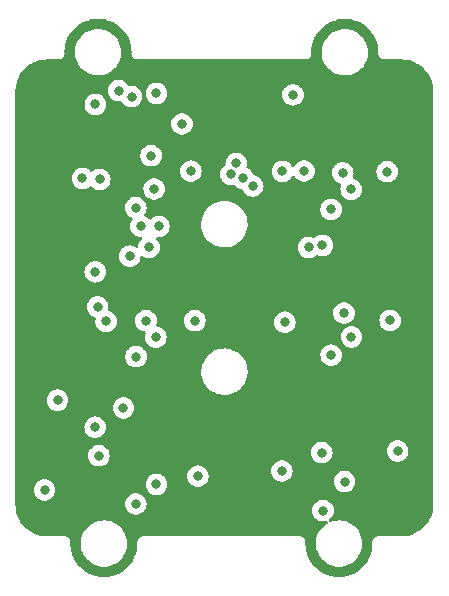
<source format=gbr>
%TF.GenerationSoftware,KiCad,Pcbnew,(5.99.0-11604-g878538abff)*%
%TF.CreationDate,2021-08-06T14:00:02+02:00*%
%TF.ProjectId,pixel-pump-ui-board,7375636b-6572-42d6-9f6e-652d75692d62,rev?*%
%TF.SameCoordinates,Original*%
%TF.FileFunction,Copper,L3,Inr*%
%TF.FilePolarity,Positive*%
%FSLAX46Y46*%
G04 Gerber Fmt 4.6, Leading zero omitted, Abs format (unit mm)*
G04 Created by KiCad (PCBNEW (5.99.0-11604-g878538abff)) date 2021-08-06 14:00:02*
%MOMM*%
%LPD*%
G01*
G04 APERTURE LIST*
%TA.AperFunction,ViaPad*%
%ADD10C,0.800000*%
%TD*%
G04 APERTURE END LIST*
D10*
%TO.N,GND*%
X86842600Y-75920600D03*
X74447400Y-91617800D03*
X76174600Y-69316600D03*
X74066400Y-69596000D03*
X76123800Y-89966800D03*
X90271600Y-104648000D03*
X92659200Y-77444600D03*
X74422000Y-104089200D03*
X74422000Y-78994000D03*
X75971400Y-77419200D03*
X79679800Y-101727000D03*
X87731600Y-69443600D03*
X79086158Y-75897278D03*
X96600000Y-99600000D03*
X79425800Y-88569800D03*
X95707200Y-75946000D03*
X76174600Y-102438200D03*
X92100000Y-102200000D03*
X92684600Y-89941400D03*
X95961200Y-88544400D03*
X87045800Y-88696800D03*
X86791800Y-101295200D03*
X90957400Y-79146400D03*
X69900800Y-76530200D03*
X90957400Y-91490800D03*
X71300000Y-100000000D03*
X71200000Y-87400000D03*
%TO.N,LIFT_BTN*%
X75717400Y-74599800D03*
X71374000Y-76606400D03*
%TO.N,HIGH_BTN*%
X90220800Y-82194400D03*
X92049600Y-87909400D03*
X82931000Y-75260200D03*
%TO.N,REVERSE_BTN*%
X76377800Y-80594200D03*
X66700000Y-102900000D03*
X74853800Y-80568800D03*
X83540600Y-76530200D03*
%TO.N,DROP_BTN*%
X88671400Y-75895200D03*
X91948000Y-76047600D03*
%TO.N,LOW_BTN*%
X75285600Y-88569800D03*
X71907400Y-88620600D03*
X82487984Y-76179533D03*
X75539600Y-82372200D03*
%TO.N,TRIGGER_BTN*%
X90170000Y-99745800D03*
X89052400Y-82372200D03*
X84328000Y-77165200D03*
%TO.N,+5V*%
X84683600Y-97155000D03*
X88036400Y-90297000D03*
X71628000Y-103047800D03*
X71678800Y-78384400D03*
X71526400Y-90474800D03*
X85877400Y-71805800D03*
X84607400Y-84632800D03*
X68351400Y-84582000D03*
X93624400Y-84404200D03*
X88341200Y-101473000D03*
X76123800Y-73152000D03*
X88341200Y-78257400D03*
X93548200Y-96926400D03*
X77089000Y-84632800D03*
X67250000Y-74250000D03*
X77470000Y-70840600D03*
X77063600Y-97155000D03*
X93345000Y-72263000D03*
X67487800Y-97231200D03*
%TO.N,LED_DATA*%
X71000000Y-70250000D03*
X72974200Y-69088000D03*
%TO.N,DO_DROP*%
X70993000Y-84429600D03*
X73914000Y-83108800D03*
%TO.N,DO_HIGH*%
X73380600Y-95961200D03*
X70993000Y-97586800D03*
%TO.N,+3V3*%
X67800000Y-95300000D03*
X78333600Y-71907400D03*
%TD*%
%TA.AperFunction,Conductor*%
%TO.N,+5V*%
G36*
X71542020Y-63011579D02*
G01*
X71556324Y-63013221D01*
X71862113Y-63066183D01*
X71876136Y-63069447D01*
X72173872Y-63156945D01*
X72187432Y-63161787D01*
X72473257Y-63282687D01*
X72486175Y-63289045D01*
X72756329Y-63441756D01*
X72768438Y-63449546D01*
X73019408Y-63632083D01*
X73030548Y-63641203D01*
X73259060Y-63851181D01*
X73269084Y-63861508D01*
X73355017Y-63960819D01*
X73472153Y-64096191D01*
X73480936Y-64107599D01*
X73655898Y-64363905D01*
X73663323Y-64376241D01*
X73807904Y-64650838D01*
X73813873Y-64663940D01*
X73926185Y-64953242D01*
X73930620Y-64966940D01*
X74009193Y-65267157D01*
X74012036Y-65281267D01*
X74055846Y-65588498D01*
X74057061Y-65602842D01*
X74064123Y-65861328D01*
X74064576Y-65877923D01*
X74062488Y-65904455D01*
X74060737Y-65913850D01*
X74064641Y-65952694D01*
X74065269Y-65966045D01*
X74065031Y-66005088D01*
X74067498Y-66013719D01*
X74069459Y-66020581D01*
X74073678Y-66042606D01*
X74075289Y-66058635D01*
X74078658Y-66066957D01*
X74089941Y-66094828D01*
X74094297Y-66107485D01*
X74105019Y-66145001D01*
X74109808Y-66152592D01*
X74109810Y-66152595D01*
X74113612Y-66158620D01*
X74123846Y-66178581D01*
X74129892Y-66193516D01*
X74135462Y-66200559D01*
X74135464Y-66200562D01*
X74154109Y-66224137D01*
X74161840Y-66235057D01*
X74182667Y-66268067D01*
X74194751Y-66278739D01*
X74210164Y-66295013D01*
X74214590Y-66300610D01*
X74214594Y-66300614D01*
X74220159Y-66307650D01*
X74227477Y-66312843D01*
X74227479Y-66312845D01*
X74251988Y-66330237D01*
X74262471Y-66338548D01*
X74291735Y-66364392D01*
X74299856Y-66368205D01*
X74299861Y-66368208D01*
X74306326Y-66371243D01*
X74325690Y-66382538D01*
X74338829Y-66391862D01*
X74347312Y-66394793D01*
X74347316Y-66394795D01*
X74375719Y-66404609D01*
X74388118Y-66409645D01*
X74415329Y-66422420D01*
X74423455Y-66426235D01*
X74432319Y-66427615D01*
X74432322Y-66427616D01*
X74439376Y-66428714D01*
X74461138Y-66434122D01*
X74467512Y-66436324D01*
X74476366Y-66439383D01*
X74515361Y-66441264D01*
X74528669Y-66442617D01*
X74533930Y-66443436D01*
X74557372Y-66443436D01*
X74563441Y-66443582D01*
X74612745Y-66445960D01*
X74612748Y-66445960D01*
X74621711Y-66446392D01*
X74630439Y-66444290D01*
X74633587Y-66443993D01*
X74645423Y-66443436D01*
X88705461Y-66443436D01*
X88710947Y-66443761D01*
X88715818Y-66445061D01*
X88724794Y-66444848D01*
X88724796Y-66444848D01*
X88782722Y-66443472D01*
X88785714Y-66443436D01*
X88812969Y-66443436D01*
X88817400Y-66442801D01*
X88817659Y-66442783D01*
X88823615Y-66442501D01*
X88837929Y-66442161D01*
X88861290Y-66441606D01*
X88880357Y-66435535D01*
X88900725Y-66430868D01*
X88911648Y-66429304D01*
X88911649Y-66429304D01*
X88920537Y-66428031D01*
X88928711Y-66424315D01*
X88928713Y-66424314D01*
X88952532Y-66413484D01*
X88966459Y-66408122D01*
X88991398Y-66400182D01*
X88991399Y-66400182D01*
X88999947Y-66397460D01*
X89016547Y-66386280D01*
X89034776Y-66376091D01*
X89044823Y-66371522D01*
X89044824Y-66371521D01*
X89053002Y-66367803D01*
X89079630Y-66344859D01*
X89091491Y-66335806D01*
X89113190Y-66321192D01*
X89113193Y-66321189D01*
X89120641Y-66316173D01*
X89133436Y-66300783D01*
X89148076Y-66285882D01*
X89156440Y-66278676D01*
X89156442Y-66278674D01*
X89163239Y-66272817D01*
X89182359Y-66243319D01*
X89191197Y-66231307D01*
X89207927Y-66211183D01*
X89207929Y-66211180D01*
X89213667Y-66204278D01*
X89221626Y-66185921D01*
X89231495Y-66167511D01*
X89237500Y-66158246D01*
X89237501Y-66158244D01*
X89242385Y-66150709D01*
X89244957Y-66142110D01*
X89244959Y-66142105D01*
X89252459Y-66117025D01*
X89257569Y-66103017D01*
X89271550Y-66070770D01*
X89274036Y-66050922D01*
X89278342Y-66030479D01*
X89281507Y-66019897D01*
X89281508Y-66019893D01*
X89284079Y-66011295D01*
X89284293Y-65976129D01*
X89285267Y-65961252D01*
X89289635Y-65926384D01*
X89286783Y-65908698D01*
X89285223Y-65885198D01*
X89285875Y-65861328D01*
X89288267Y-65773777D01*
X90162966Y-65773777D01*
X90165263Y-65832215D01*
X90165389Y-65835434D01*
X90165389Y-65835436D01*
X90173084Y-66031289D01*
X90173852Y-66050845D01*
X90203135Y-66211183D01*
X90216833Y-66286187D01*
X90223668Y-66323615D01*
X90311422Y-66586644D01*
X90316702Y-66597210D01*
X90395037Y-66753983D01*
X90435361Y-66834685D01*
X90593013Y-67062789D01*
X90596035Y-67066058D01*
X90778216Y-67263141D01*
X90778221Y-67263146D01*
X90781232Y-67266403D01*
X90996263Y-67441466D01*
X91000081Y-67443765D01*
X91000083Y-67443766D01*
X91160859Y-67540561D01*
X91233815Y-67584484D01*
X91237910Y-67586218D01*
X91237912Y-67586219D01*
X91485047Y-67690867D01*
X91485054Y-67690869D01*
X91489148Y-67692603D01*
X91572615Y-67714734D01*
X91752872Y-67762529D01*
X91752877Y-67762530D01*
X91757169Y-67763668D01*
X91761578Y-67764190D01*
X91761584Y-67764191D01*
X91915008Y-67782350D01*
X92032529Y-67796259D01*
X92309734Y-67789726D01*
X92314132Y-67788994D01*
X92578863Y-67744931D01*
X92578867Y-67744930D01*
X92583253Y-67744200D01*
X92587494Y-67742859D01*
X92587497Y-67742858D01*
X92843382Y-67661932D01*
X92843384Y-67661931D01*
X92847628Y-67660589D01*
X93006116Y-67584484D01*
X93093566Y-67542491D01*
X93093567Y-67542490D01*
X93097585Y-67540561D01*
X93101291Y-67538085D01*
X93324435Y-67388986D01*
X93324439Y-67388983D01*
X93328137Y-67386512D01*
X93534682Y-67201514D01*
X93537546Y-67198107D01*
X93710234Y-66992671D01*
X93710236Y-66992669D01*
X93713101Y-66989260D01*
X93859833Y-66753983D01*
X93869848Y-66731331D01*
X93970150Y-66504450D01*
X93971950Y-66500379D01*
X93986876Y-66447457D01*
X94007003Y-66376091D01*
X94047215Y-66233508D01*
X94054593Y-66178581D01*
X94083700Y-65961876D01*
X94083701Y-65961868D01*
X94084127Y-65958694D01*
X94085421Y-65917525D01*
X94087900Y-65838658D01*
X94087900Y-65838653D01*
X94088001Y-65835436D01*
X94068417Y-65558847D01*
X94010057Y-65287776D01*
X93914085Y-65027632D01*
X93782416Y-64783607D01*
X93694029Y-64663940D01*
X93620326Y-64564154D01*
X93620323Y-64564151D01*
X93617677Y-64560568D01*
X93423156Y-64362966D01*
X93419616Y-64360264D01*
X93206273Y-64197446D01*
X93206269Y-64197444D01*
X93202732Y-64194744D01*
X93036484Y-64101641D01*
X92964695Y-64061437D01*
X92964689Y-64061434D01*
X92960805Y-64059259D01*
X92956647Y-64057651D01*
X92956642Y-64057648D01*
X92706356Y-63960819D01*
X92706350Y-63960817D01*
X92702201Y-63959212D01*
X92697869Y-63958208D01*
X92697866Y-63958207D01*
X92586315Y-63932351D01*
X92432080Y-63896602D01*
X92155832Y-63872676D01*
X92151397Y-63872920D01*
X92151393Y-63872920D01*
X91883413Y-63887668D01*
X91883406Y-63887669D01*
X91878970Y-63887913D01*
X91607016Y-63942008D01*
X91345397Y-64033882D01*
X91099333Y-64161702D01*
X91095718Y-64164285D01*
X91095712Y-64164289D01*
X90877355Y-64320329D01*
X90877351Y-64320332D01*
X90873734Y-64322917D01*
X90673102Y-64514311D01*
X90501438Y-64732065D01*
X90499201Y-64735917D01*
X90364403Y-64967988D01*
X90364400Y-64967994D01*
X90362169Y-64971835D01*
X90360499Y-64975958D01*
X90295921Y-65135394D01*
X90258073Y-65228835D01*
X90257002Y-65233148D01*
X90257000Y-65233153D01*
X90202566Y-65452290D01*
X90191227Y-65497939D01*
X90190773Y-65502367D01*
X90190773Y-65502369D01*
X90182530Y-65582822D01*
X90162966Y-65773777D01*
X89288267Y-65773777D01*
X89292937Y-65602842D01*
X89294152Y-65588498D01*
X89337962Y-65281267D01*
X89340805Y-65267157D01*
X89419378Y-64966940D01*
X89423813Y-64953242D01*
X89536125Y-64663940D01*
X89542094Y-64650838D01*
X89686675Y-64376241D01*
X89694100Y-64363905D01*
X89869062Y-64107599D01*
X89877845Y-64096191D01*
X89994981Y-63960819D01*
X90080914Y-63861508D01*
X90090938Y-63851181D01*
X90319450Y-63641203D01*
X90330590Y-63632083D01*
X90581560Y-63449546D01*
X90593669Y-63441756D01*
X90863823Y-63289045D01*
X90876741Y-63282687D01*
X91162566Y-63161787D01*
X91176126Y-63156945D01*
X91473862Y-63069447D01*
X91487885Y-63066183D01*
X91793674Y-63013221D01*
X91807978Y-63011579D01*
X92117800Y-62993848D01*
X92132198Y-62993848D01*
X92442020Y-63011579D01*
X92456324Y-63013221D01*
X92762113Y-63066183D01*
X92776136Y-63069447D01*
X93073872Y-63156945D01*
X93087432Y-63161787D01*
X93373257Y-63282687D01*
X93386175Y-63289045D01*
X93656329Y-63441756D01*
X93668438Y-63449546D01*
X93919408Y-63632083D01*
X93930548Y-63641203D01*
X94159060Y-63851181D01*
X94169084Y-63861508D01*
X94255017Y-63960819D01*
X94372153Y-64096191D01*
X94380936Y-64107599D01*
X94555898Y-64363905D01*
X94563323Y-64376241D01*
X94707904Y-64650838D01*
X94713873Y-64663940D01*
X94826185Y-64953242D01*
X94830620Y-64966940D01*
X94909193Y-65267157D01*
X94912036Y-65281267D01*
X94955846Y-65588498D01*
X94957061Y-65602842D01*
X94964123Y-65861328D01*
X94964576Y-65877923D01*
X94962488Y-65904455D01*
X94960737Y-65913850D01*
X94964641Y-65952694D01*
X94965269Y-65966045D01*
X94965031Y-66005088D01*
X94967498Y-66013719D01*
X94969459Y-66020581D01*
X94973678Y-66042606D01*
X94975289Y-66058635D01*
X94978658Y-66066957D01*
X94989941Y-66094828D01*
X94994297Y-66107485D01*
X95005019Y-66145001D01*
X95009808Y-66152592D01*
X95009810Y-66152595D01*
X95013612Y-66158620D01*
X95023846Y-66178581D01*
X95029892Y-66193516D01*
X95035462Y-66200559D01*
X95035464Y-66200562D01*
X95054109Y-66224137D01*
X95061840Y-66235057D01*
X95082667Y-66268067D01*
X95094751Y-66278739D01*
X95110164Y-66295013D01*
X95114590Y-66300610D01*
X95114594Y-66300614D01*
X95120159Y-66307650D01*
X95127477Y-66312843D01*
X95127479Y-66312845D01*
X95151988Y-66330237D01*
X95162471Y-66338548D01*
X95191735Y-66364392D01*
X95199856Y-66368205D01*
X95199861Y-66368208D01*
X95206326Y-66371243D01*
X95225690Y-66382538D01*
X95238829Y-66391862D01*
X95247312Y-66394793D01*
X95247316Y-66394795D01*
X95275719Y-66404609D01*
X95288118Y-66409645D01*
X95315329Y-66422420D01*
X95323455Y-66426235D01*
X95332319Y-66427615D01*
X95332322Y-66427616D01*
X95339376Y-66428714D01*
X95361138Y-66434122D01*
X95367512Y-66436324D01*
X95376366Y-66439383D01*
X95415361Y-66441264D01*
X95428669Y-66442617D01*
X95433930Y-66443436D01*
X95457372Y-66443436D01*
X95463441Y-66443582D01*
X95512745Y-66445960D01*
X95512748Y-66445960D01*
X95521711Y-66446392D01*
X95530439Y-66444290D01*
X95533587Y-66443993D01*
X95545423Y-66443436D01*
X96875671Y-66443436D01*
X96895056Y-66444936D01*
X96909857Y-66447241D01*
X96909860Y-66447241D01*
X96918729Y-66448622D01*
X96927631Y-66447458D01*
X96927633Y-66447458D01*
X96931961Y-66446892D01*
X96936694Y-66446273D01*
X96960092Y-66445407D01*
X97219347Y-66459966D01*
X97233379Y-66461547D01*
X97375217Y-66485646D01*
X97517050Y-66509745D01*
X97530825Y-66512889D01*
X97609234Y-66535478D01*
X97807320Y-66592546D01*
X97820640Y-66597207D01*
X98059628Y-66696199D01*
X98086481Y-66707322D01*
X98099211Y-66713453D01*
X98351029Y-66852627D01*
X98362994Y-66860144D01*
X98597665Y-67026652D01*
X98608712Y-67035462D01*
X98797853Y-67204488D01*
X98823255Y-67227189D01*
X98833246Y-67237180D01*
X99024973Y-67451723D01*
X99033783Y-67462770D01*
X99200291Y-67697441D01*
X99207808Y-67709406D01*
X99346982Y-67961224D01*
X99353113Y-67973954D01*
X99463228Y-68239795D01*
X99467889Y-68253115D01*
X99522805Y-68443732D01*
X99547546Y-68529610D01*
X99550690Y-68543385D01*
X99598887Y-68827051D01*
X99600469Y-68841088D01*
X99614336Y-69088000D01*
X99614620Y-69093058D01*
X99613318Y-69119504D01*
X99611813Y-69129166D01*
X99612978Y-69138073D01*
X99615935Y-69160687D01*
X99616999Y-69177025D01*
X99616999Y-104086109D01*
X99615499Y-104105494D01*
X99613743Y-104116774D01*
X99611813Y-104129167D01*
X99612977Y-104138069D01*
X99612977Y-104138071D01*
X99614162Y-104147129D01*
X99615028Y-104170530D01*
X99609402Y-104270721D01*
X99600469Y-104429781D01*
X99598888Y-104443817D01*
X99595037Y-104466479D01*
X99550690Y-104727488D01*
X99547546Y-104741263D01*
X99467889Y-105017758D01*
X99463228Y-105031078D01*
X99401863Y-105179226D01*
X99353113Y-105296919D01*
X99346982Y-105309649D01*
X99207808Y-105561467D01*
X99200291Y-105573432D01*
X99033783Y-105808103D01*
X99024973Y-105819150D01*
X98833246Y-106033693D01*
X98823255Y-106043684D01*
X98608712Y-106235411D01*
X98597665Y-106244221D01*
X98362994Y-106410729D01*
X98351029Y-106418246D01*
X98099211Y-106557420D01*
X98086480Y-106563551D01*
X97820640Y-106673666D01*
X97807320Y-106678327D01*
X97616703Y-106733243D01*
X97530825Y-106757984D01*
X97517050Y-106761128D01*
X97375217Y-106785227D01*
X97233379Y-106809326D01*
X97219347Y-106810907D01*
X96967372Y-106825058D01*
X96940931Y-106823756D01*
X96931269Y-106822251D01*
X96899748Y-106826373D01*
X96883410Y-106827437D01*
X95044544Y-106827437D01*
X95039053Y-106827111D01*
X95034179Y-106825811D01*
X95025202Y-106826024D01*
X95025200Y-106826024D01*
X94967233Y-106827401D01*
X94964241Y-106827437D01*
X94937030Y-106827437D01*
X94932596Y-106828072D01*
X94932374Y-106828088D01*
X94926458Y-106828370D01*
X94888707Y-106829266D01*
X94880152Y-106831990D01*
X94880151Y-106831990D01*
X94869636Y-106835338D01*
X94849272Y-106840004D01*
X94838356Y-106841567D01*
X94838347Y-106841570D01*
X94829462Y-106842842D01*
X94821287Y-106846559D01*
X94797478Y-106857384D01*
X94783554Y-106862744D01*
X94758607Y-106870687D01*
X94758603Y-106870689D01*
X94750050Y-106873412D01*
X94742607Y-106878425D01*
X94742605Y-106878426D01*
X94733446Y-106884595D01*
X94715206Y-106894791D01*
X94705170Y-106899354D01*
X94696997Y-106903070D01*
X94690198Y-106908928D01*
X94690197Y-106908929D01*
X94670383Y-106926002D01*
X94658521Y-106935056D01*
X94636803Y-106949683D01*
X94636801Y-106949685D01*
X94629356Y-106954699D01*
X94623621Y-106961597D01*
X94623619Y-106961599D01*
X94616553Y-106970099D01*
X94601910Y-106985001D01*
X94593562Y-106992194D01*
X94593558Y-106992198D01*
X94586760Y-106998056D01*
X94567642Y-107027550D01*
X94558809Y-107039554D01*
X94536330Y-107066594D01*
X94532760Y-107074828D01*
X94528365Y-107084964D01*
X94518496Y-107103374D01*
X94512497Y-107112629D01*
X94512495Y-107112633D01*
X94507614Y-107120164D01*
X94505042Y-107128763D01*
X94505042Y-107128764D01*
X94497547Y-107153827D01*
X94492433Y-107167843D01*
X94478447Y-107200102D01*
X94477331Y-107209011D01*
X94475958Y-107219971D01*
X94471654Y-107240404D01*
X94465920Y-107259578D01*
X94465865Y-107268553D01*
X94465865Y-107268555D01*
X94465706Y-107294719D01*
X94464732Y-107309604D01*
X94460362Y-107344488D01*
X94463214Y-107362173D01*
X94464774Y-107385674D01*
X94463415Y-107435434D01*
X94457060Y-107668028D01*
X94455845Y-107682372D01*
X94422070Y-107919235D01*
X94412036Y-107989600D01*
X94409192Y-108003715D01*
X94330619Y-108303932D01*
X94326184Y-108317630D01*
X94213872Y-108606932D01*
X94207903Y-108620034D01*
X94063322Y-108894630D01*
X94055897Y-108906966D01*
X93880935Y-109163272D01*
X93872152Y-109174680D01*
X93669087Y-109409358D01*
X93659059Y-109419690D01*
X93430544Y-109629674D01*
X93419425Y-109638777D01*
X93168429Y-109821332D01*
X93156329Y-109829115D01*
X92886172Y-109981827D01*
X92873254Y-109988185D01*
X92587433Y-110109083D01*
X92573879Y-110113923D01*
X92276135Y-110201424D01*
X92262111Y-110204688D01*
X91956324Y-110257650D01*
X91942020Y-110259292D01*
X91632198Y-110277023D01*
X91617800Y-110277023D01*
X91307979Y-110259292D01*
X91293675Y-110257650D01*
X90987886Y-110204688D01*
X90973863Y-110201424D01*
X90676127Y-110113926D01*
X90662567Y-110109084D01*
X90438146Y-110014157D01*
X90376741Y-109988184D01*
X90363824Y-109981826D01*
X90093670Y-109829115D01*
X90081561Y-109821325D01*
X89830591Y-109638789D01*
X89819451Y-109629669D01*
X89590939Y-109419691D01*
X89580915Y-109409364D01*
X89377845Y-109174680D01*
X89369063Y-109163273D01*
X89194101Y-108906967D01*
X89186676Y-108894631D01*
X89042095Y-108620034D01*
X89036126Y-108606932D01*
X88923817Y-108317639D01*
X88919382Y-108303941D01*
X88840806Y-108003709D01*
X88837962Y-107989594D01*
X88817844Y-107848508D01*
X88794153Y-107682374D01*
X88792938Y-107668028D01*
X88789951Y-107558694D01*
X88785423Y-107392946D01*
X88787511Y-107366418D01*
X88789262Y-107357023D01*
X88785358Y-107318179D01*
X88784730Y-107304828D01*
X88784913Y-107274760D01*
X88784968Y-107265785D01*
X88780540Y-107250292D01*
X88776321Y-107228267D01*
X88775608Y-107221173D01*
X88774710Y-107212238D01*
X88760061Y-107176052D01*
X88755705Y-107163398D01*
X88747447Y-107134502D01*
X88747446Y-107134499D01*
X88744980Y-107125872D01*
X88736384Y-107112248D01*
X88726154Y-107092294D01*
X88723476Y-107085680D01*
X88723474Y-107085676D01*
X88720106Y-107077357D01*
X88695896Y-107046746D01*
X88688163Y-107035821D01*
X88672124Y-107010401D01*
X88667332Y-107002806D01*
X88655247Y-106992133D01*
X88639833Y-106975859D01*
X88629840Y-106963223D01*
X88622522Y-106958030D01*
X88622520Y-106958028D01*
X88598011Y-106940636D01*
X88587528Y-106932325D01*
X88558264Y-106906481D01*
X88550143Y-106902668D01*
X88550138Y-106902665D01*
X88543673Y-106899630D01*
X88524309Y-106888335D01*
X88511170Y-106879011D01*
X88502687Y-106876080D01*
X88502683Y-106876078D01*
X88474280Y-106866264D01*
X88461881Y-106861228D01*
X88434670Y-106848453D01*
X88434669Y-106848453D01*
X88426544Y-106844638D01*
X88417680Y-106843258D01*
X88417677Y-106843257D01*
X88410623Y-106842159D01*
X88388861Y-106836751D01*
X88382116Y-106834421D01*
X88373633Y-106831490D01*
X88334638Y-106829609D01*
X88321330Y-106828256D01*
X88316069Y-106827437D01*
X88292627Y-106827437D01*
X88286558Y-106827291D01*
X88237254Y-106824913D01*
X88237251Y-106824913D01*
X88228288Y-106824481D01*
X88219560Y-106826583D01*
X88216412Y-106826880D01*
X88204576Y-106827437D01*
X75144544Y-106827437D01*
X75139053Y-106827111D01*
X75134179Y-106825811D01*
X75125202Y-106826024D01*
X75125200Y-106826024D01*
X75067233Y-106827401D01*
X75064241Y-106827437D01*
X75037030Y-106827437D01*
X75032596Y-106828072D01*
X75032374Y-106828088D01*
X75026458Y-106828370D01*
X74988707Y-106829266D01*
X74980152Y-106831990D01*
X74980151Y-106831990D01*
X74969636Y-106835338D01*
X74949272Y-106840004D01*
X74938356Y-106841567D01*
X74938347Y-106841570D01*
X74929462Y-106842842D01*
X74921287Y-106846559D01*
X74897478Y-106857384D01*
X74883554Y-106862744D01*
X74858607Y-106870687D01*
X74858603Y-106870689D01*
X74850050Y-106873412D01*
X74842607Y-106878425D01*
X74842605Y-106878426D01*
X74833446Y-106884595D01*
X74815206Y-106894791D01*
X74805170Y-106899354D01*
X74796997Y-106903070D01*
X74790198Y-106908928D01*
X74790197Y-106908929D01*
X74770383Y-106926002D01*
X74758521Y-106935056D01*
X74736803Y-106949683D01*
X74736801Y-106949685D01*
X74729356Y-106954699D01*
X74723621Y-106961597D01*
X74723619Y-106961599D01*
X74716553Y-106970099D01*
X74701910Y-106985001D01*
X74693562Y-106992194D01*
X74693558Y-106992198D01*
X74686760Y-106998056D01*
X74667642Y-107027550D01*
X74658809Y-107039554D01*
X74636330Y-107066594D01*
X74632760Y-107074828D01*
X74628365Y-107084964D01*
X74618496Y-107103374D01*
X74612497Y-107112629D01*
X74612495Y-107112633D01*
X74607614Y-107120164D01*
X74605042Y-107128763D01*
X74605042Y-107128764D01*
X74597547Y-107153827D01*
X74592433Y-107167843D01*
X74578447Y-107200102D01*
X74577331Y-107209011D01*
X74575958Y-107219971D01*
X74571654Y-107240404D01*
X74565920Y-107259578D01*
X74565865Y-107268553D01*
X74565865Y-107268555D01*
X74565706Y-107294719D01*
X74564732Y-107309604D01*
X74560362Y-107344488D01*
X74563214Y-107362173D01*
X74564774Y-107385674D01*
X74563415Y-107435434D01*
X74557060Y-107668028D01*
X74555845Y-107682372D01*
X74522070Y-107919235D01*
X74512036Y-107989600D01*
X74509192Y-108003715D01*
X74430619Y-108303932D01*
X74426184Y-108317630D01*
X74313872Y-108606932D01*
X74307903Y-108620034D01*
X74163322Y-108894630D01*
X74155897Y-108906966D01*
X73980935Y-109163272D01*
X73972152Y-109174680D01*
X73769087Y-109409358D01*
X73759059Y-109419690D01*
X73530544Y-109629674D01*
X73519425Y-109638777D01*
X73268429Y-109821332D01*
X73256329Y-109829115D01*
X72986172Y-109981827D01*
X72973254Y-109988185D01*
X72687433Y-110109083D01*
X72673879Y-110113923D01*
X72376135Y-110201424D01*
X72362111Y-110204688D01*
X72056324Y-110257650D01*
X72042020Y-110259292D01*
X71732198Y-110277023D01*
X71717800Y-110277023D01*
X71407979Y-110259292D01*
X71393675Y-110257650D01*
X71087886Y-110204688D01*
X71073863Y-110201424D01*
X70776127Y-110113926D01*
X70762567Y-110109084D01*
X70538146Y-110014157D01*
X70476741Y-109988184D01*
X70463824Y-109981826D01*
X70193670Y-109829115D01*
X70181561Y-109821325D01*
X69930591Y-109638789D01*
X69919451Y-109629669D01*
X69690939Y-109419691D01*
X69680915Y-109409364D01*
X69477845Y-109174680D01*
X69469063Y-109163273D01*
X69294101Y-108906967D01*
X69286676Y-108894631D01*
X69142095Y-108620034D01*
X69136126Y-108606932D01*
X69023817Y-108317639D01*
X69019382Y-108303941D01*
X68940806Y-108003709D01*
X68937962Y-107989594D01*
X68917844Y-107848508D01*
X68894153Y-107682374D01*
X68892938Y-107668028D01*
X68889951Y-107558694D01*
X68885423Y-107392946D01*
X68886932Y-107373777D01*
X69762966Y-107373777D01*
X69765263Y-107432215D01*
X69765389Y-107435434D01*
X69765389Y-107435436D01*
X69773084Y-107631289D01*
X69773852Y-107650845D01*
X69823668Y-107923615D01*
X69911422Y-108186644D01*
X69913415Y-108190632D01*
X69995037Y-108353983D01*
X70035361Y-108434685D01*
X70193013Y-108662789D01*
X70196035Y-108666058D01*
X70378216Y-108863141D01*
X70378221Y-108863146D01*
X70381232Y-108866403D01*
X70596263Y-109041466D01*
X70600081Y-109043765D01*
X70600083Y-109043766D01*
X70760859Y-109140561D01*
X70833815Y-109184484D01*
X70837910Y-109186218D01*
X70837912Y-109186219D01*
X71085047Y-109290867D01*
X71085054Y-109290869D01*
X71089148Y-109292603D01*
X71187961Y-109318803D01*
X71352872Y-109362529D01*
X71352877Y-109362530D01*
X71357169Y-109363668D01*
X71361578Y-109364190D01*
X71361584Y-109364191D01*
X71515008Y-109382350D01*
X71632529Y-109396259D01*
X71909734Y-109389726D01*
X71914132Y-109388994D01*
X72178863Y-109344931D01*
X72178867Y-109344930D01*
X72183253Y-109344200D01*
X72187494Y-109342859D01*
X72187497Y-109342858D01*
X72443382Y-109261932D01*
X72443384Y-109261931D01*
X72447628Y-109260589D01*
X72606116Y-109184484D01*
X72693566Y-109142491D01*
X72693567Y-109142490D01*
X72697585Y-109140561D01*
X72842450Y-109043766D01*
X72924435Y-108988986D01*
X72924439Y-108988983D01*
X72928137Y-108986512D01*
X73134682Y-108801514D01*
X73251293Y-108662789D01*
X73310234Y-108592671D01*
X73310236Y-108592669D01*
X73313101Y-108589260D01*
X73459833Y-108353983D01*
X73469848Y-108331331D01*
X73570150Y-108104450D01*
X73571950Y-108100379D01*
X73647215Y-107833508D01*
X73669442Y-107668028D01*
X73683700Y-107561876D01*
X73683701Y-107561868D01*
X73684127Y-107558694D01*
X73688001Y-107435436D01*
X73668417Y-107158847D01*
X73661941Y-107128764D01*
X73610993Y-106892123D01*
X73610993Y-106892121D01*
X73610057Y-106887776D01*
X73514085Y-106627632D01*
X73382416Y-106383607D01*
X73217677Y-106160568D01*
X73023156Y-105962966D01*
X73019616Y-105960264D01*
X72806273Y-105797446D01*
X72806269Y-105797444D01*
X72802732Y-105794744D01*
X72735001Y-105756813D01*
X72564695Y-105661437D01*
X72564689Y-105661434D01*
X72560805Y-105659259D01*
X72556647Y-105657651D01*
X72556642Y-105657648D01*
X72306356Y-105560819D01*
X72306350Y-105560817D01*
X72302201Y-105559212D01*
X72297869Y-105558208D01*
X72297866Y-105558207D01*
X72107611Y-105514109D01*
X72032080Y-105496602D01*
X71755832Y-105472676D01*
X71751397Y-105472920D01*
X71751393Y-105472920D01*
X71483413Y-105487668D01*
X71483406Y-105487669D01*
X71478970Y-105487913D01*
X71207016Y-105542008D01*
X70945397Y-105633882D01*
X70699333Y-105761702D01*
X70695718Y-105764285D01*
X70695712Y-105764289D01*
X70477355Y-105920329D01*
X70477351Y-105920332D01*
X70473734Y-105922917D01*
X70273102Y-106114311D01*
X70270346Y-106117807D01*
X70270345Y-106117808D01*
X70170689Y-106244221D01*
X70101438Y-106332065D01*
X70053371Y-106414819D01*
X69964403Y-106567988D01*
X69964400Y-106567994D01*
X69962169Y-106571835D01*
X69960499Y-106575958D01*
X69859837Y-106824481D01*
X69858073Y-106828835D01*
X69857002Y-106833148D01*
X69857000Y-106833153D01*
X69794450Y-107084964D01*
X69791227Y-107097939D01*
X69790773Y-107102367D01*
X69790773Y-107102369D01*
X69764155Y-107362173D01*
X69762966Y-107373777D01*
X68886932Y-107373777D01*
X68887511Y-107366418D01*
X68889262Y-107357023D01*
X68885358Y-107318179D01*
X68884730Y-107304828D01*
X68884913Y-107274760D01*
X68884968Y-107265785D01*
X68880540Y-107250292D01*
X68876321Y-107228267D01*
X68875608Y-107221173D01*
X68874710Y-107212238D01*
X68860061Y-107176052D01*
X68855705Y-107163398D01*
X68847447Y-107134502D01*
X68847446Y-107134499D01*
X68844980Y-107125872D01*
X68836384Y-107112248D01*
X68826154Y-107092294D01*
X68823476Y-107085680D01*
X68823474Y-107085676D01*
X68820106Y-107077357D01*
X68795896Y-107046746D01*
X68788163Y-107035821D01*
X68772124Y-107010401D01*
X68767332Y-107002806D01*
X68755247Y-106992133D01*
X68739833Y-106975859D01*
X68729840Y-106963223D01*
X68722522Y-106958030D01*
X68722520Y-106958028D01*
X68698011Y-106940636D01*
X68687528Y-106932325D01*
X68658264Y-106906481D01*
X68650143Y-106902668D01*
X68650138Y-106902665D01*
X68643673Y-106899630D01*
X68624309Y-106888335D01*
X68611170Y-106879011D01*
X68602687Y-106876080D01*
X68602683Y-106876078D01*
X68574280Y-106866264D01*
X68561881Y-106861228D01*
X68534670Y-106848453D01*
X68534669Y-106848453D01*
X68526544Y-106844638D01*
X68517680Y-106843258D01*
X68517677Y-106843257D01*
X68510623Y-106842159D01*
X68488861Y-106836751D01*
X68482116Y-106834421D01*
X68473633Y-106831490D01*
X68434638Y-106829609D01*
X68421330Y-106828256D01*
X68416069Y-106827437D01*
X68392627Y-106827437D01*
X68386558Y-106827291D01*
X68337254Y-106824913D01*
X68337251Y-106824913D01*
X68328288Y-106824481D01*
X68319560Y-106826583D01*
X68316412Y-106826880D01*
X68304576Y-106827437D01*
X66974327Y-106827437D01*
X66954942Y-106825937D01*
X66940141Y-106823632D01*
X66940138Y-106823632D01*
X66931269Y-106822251D01*
X66922367Y-106823415D01*
X66922365Y-106823415D01*
X66918037Y-106823981D01*
X66913304Y-106824600D01*
X66889906Y-106825466D01*
X66630651Y-106810907D01*
X66616619Y-106809326D01*
X66474781Y-106785227D01*
X66332948Y-106761128D01*
X66319173Y-106757984D01*
X66233295Y-106733243D01*
X66042678Y-106678327D01*
X66029358Y-106673666D01*
X65763518Y-106563551D01*
X65750787Y-106557420D01*
X65498969Y-106418246D01*
X65487004Y-106410729D01*
X65252333Y-106244221D01*
X65241286Y-106235411D01*
X65026743Y-106043684D01*
X65016752Y-106033693D01*
X64825025Y-105819150D01*
X64816215Y-105808103D01*
X64649707Y-105573432D01*
X64642190Y-105561467D01*
X64503016Y-105309649D01*
X64496885Y-105296919D01*
X64448135Y-105179226D01*
X64386770Y-105031078D01*
X64382109Y-105017758D01*
X64302452Y-104741263D01*
X64299308Y-104727488D01*
X64254961Y-104466479D01*
X64251110Y-104443817D01*
X64249529Y-104429781D01*
X64241421Y-104285406D01*
X64235378Y-104177810D01*
X64236680Y-104151369D01*
X64238185Y-104141707D01*
X64234063Y-104110185D01*
X64232999Y-104093848D01*
X64232999Y-104089200D01*
X73508496Y-104089200D01*
X73509186Y-104095765D01*
X73515811Y-104158794D01*
X73528458Y-104279128D01*
X73587473Y-104460756D01*
X73682960Y-104626144D01*
X73810747Y-104768066D01*
X73965248Y-104880318D01*
X73971276Y-104883002D01*
X73971278Y-104883003D01*
X74133681Y-104955309D01*
X74139712Y-104957994D01*
X74233112Y-104977847D01*
X74320056Y-104996328D01*
X74320061Y-104996328D01*
X74326513Y-104997700D01*
X74517487Y-104997700D01*
X74523939Y-104996328D01*
X74523944Y-104996328D01*
X74610888Y-104977847D01*
X74704288Y-104957994D01*
X74710319Y-104955309D01*
X74872722Y-104883003D01*
X74872724Y-104883002D01*
X74878752Y-104880318D01*
X75033253Y-104768066D01*
X75141361Y-104648000D01*
X89358096Y-104648000D01*
X89378058Y-104837928D01*
X89437073Y-105019556D01*
X89532560Y-105184944D01*
X89536978Y-105189851D01*
X89536979Y-105189852D01*
X89639265Y-105303452D01*
X89660347Y-105326866D01*
X89814848Y-105439118D01*
X89820876Y-105441802D01*
X89820878Y-105441803D01*
X89946219Y-105497608D01*
X89989312Y-105516794D01*
X90048374Y-105529348D01*
X90169656Y-105555128D01*
X90169661Y-105555128D01*
X90176113Y-105556500D01*
X90367087Y-105556500D01*
X90373539Y-105555128D01*
X90373544Y-105555128D01*
X90520241Y-105523946D01*
X90591032Y-105529348D01*
X90647664Y-105572165D01*
X90672158Y-105638803D01*
X90656737Y-105708104D01*
X90606773Y-105756813D01*
X90607084Y-105757321D01*
X90604842Y-105758695D01*
X90604523Y-105759006D01*
X90599333Y-105761702D01*
X90595718Y-105764285D01*
X90595712Y-105764289D01*
X90377355Y-105920329D01*
X90377351Y-105920332D01*
X90373734Y-105922917D01*
X90173102Y-106114311D01*
X90170346Y-106117807D01*
X90170345Y-106117808D01*
X90070689Y-106244221D01*
X90001438Y-106332065D01*
X89953371Y-106414819D01*
X89864403Y-106567988D01*
X89864400Y-106567994D01*
X89862169Y-106571835D01*
X89860499Y-106575958D01*
X89759837Y-106824481D01*
X89758073Y-106828835D01*
X89757002Y-106833148D01*
X89757000Y-106833153D01*
X89694450Y-107084964D01*
X89691227Y-107097939D01*
X89690773Y-107102367D01*
X89690773Y-107102369D01*
X89664155Y-107362173D01*
X89662966Y-107373777D01*
X89665263Y-107432215D01*
X89665389Y-107435434D01*
X89665389Y-107435436D01*
X89673084Y-107631289D01*
X89673852Y-107650845D01*
X89723668Y-107923615D01*
X89811422Y-108186644D01*
X89813415Y-108190632D01*
X89895037Y-108353983D01*
X89935361Y-108434685D01*
X90093013Y-108662789D01*
X90096035Y-108666058D01*
X90278216Y-108863141D01*
X90278221Y-108863146D01*
X90281232Y-108866403D01*
X90496263Y-109041466D01*
X90500081Y-109043765D01*
X90500083Y-109043766D01*
X90660859Y-109140561D01*
X90733815Y-109184484D01*
X90737910Y-109186218D01*
X90737912Y-109186219D01*
X90985047Y-109290867D01*
X90985054Y-109290869D01*
X90989148Y-109292603D01*
X91087961Y-109318803D01*
X91252872Y-109362529D01*
X91252877Y-109362530D01*
X91257169Y-109363668D01*
X91261578Y-109364190D01*
X91261584Y-109364191D01*
X91415008Y-109382350D01*
X91532529Y-109396259D01*
X91809734Y-109389726D01*
X91814132Y-109388994D01*
X92078863Y-109344931D01*
X92078867Y-109344930D01*
X92083253Y-109344200D01*
X92087494Y-109342859D01*
X92087497Y-109342858D01*
X92343382Y-109261932D01*
X92343384Y-109261931D01*
X92347628Y-109260589D01*
X92506116Y-109184484D01*
X92593566Y-109142491D01*
X92593567Y-109142490D01*
X92597585Y-109140561D01*
X92742450Y-109043766D01*
X92824435Y-108988986D01*
X92824439Y-108988983D01*
X92828137Y-108986512D01*
X93034682Y-108801514D01*
X93151293Y-108662789D01*
X93210234Y-108592671D01*
X93210236Y-108592669D01*
X93213101Y-108589260D01*
X93359833Y-108353983D01*
X93369848Y-108331331D01*
X93470150Y-108104450D01*
X93471950Y-108100379D01*
X93547215Y-107833508D01*
X93569442Y-107668028D01*
X93583700Y-107561876D01*
X93583701Y-107561868D01*
X93584127Y-107558694D01*
X93588001Y-107435436D01*
X93568417Y-107158847D01*
X93561941Y-107128764D01*
X93510993Y-106892123D01*
X93510993Y-106892121D01*
X93510057Y-106887776D01*
X93414085Y-106627632D01*
X93282416Y-106383607D01*
X93117677Y-106160568D01*
X92923156Y-105962966D01*
X92919616Y-105960264D01*
X92706273Y-105797446D01*
X92706269Y-105797444D01*
X92702732Y-105794744D01*
X92635001Y-105756813D01*
X92464695Y-105661437D01*
X92464689Y-105661434D01*
X92460805Y-105659259D01*
X92456647Y-105657651D01*
X92456642Y-105657648D01*
X92206356Y-105560819D01*
X92206350Y-105560817D01*
X92202201Y-105559212D01*
X92197869Y-105558208D01*
X92197866Y-105558207D01*
X92007611Y-105514109D01*
X91932080Y-105496602D01*
X91655832Y-105472676D01*
X91651397Y-105472920D01*
X91651393Y-105472920D01*
X91383413Y-105487668D01*
X91383406Y-105487669D01*
X91378970Y-105487913D01*
X91107016Y-105542008D01*
X90912418Y-105610346D01*
X90841517Y-105614044D01*
X90779873Y-105578824D01*
X90747055Y-105515868D01*
X90753484Y-105445163D01*
X90796608Y-105389527D01*
X90811486Y-105378717D01*
X90882853Y-105326866D01*
X90903935Y-105303452D01*
X91006221Y-105189852D01*
X91006222Y-105189851D01*
X91010640Y-105184944D01*
X91106127Y-105019556D01*
X91165142Y-104837928D01*
X91185104Y-104648000D01*
X91165142Y-104458072D01*
X91106127Y-104276444D01*
X91010640Y-104111056D01*
X90996958Y-104095860D01*
X90887275Y-103974045D01*
X90887274Y-103974044D01*
X90882853Y-103969134D01*
X90728352Y-103856882D01*
X90722324Y-103854198D01*
X90722322Y-103854197D01*
X90559919Y-103781891D01*
X90559918Y-103781891D01*
X90553888Y-103779206D01*
X90460487Y-103759353D01*
X90373544Y-103740872D01*
X90373539Y-103740872D01*
X90367087Y-103739500D01*
X90176113Y-103739500D01*
X90169661Y-103740872D01*
X90169656Y-103740872D01*
X90082713Y-103759353D01*
X89989312Y-103779206D01*
X89983282Y-103781891D01*
X89983281Y-103781891D01*
X89820878Y-103854197D01*
X89820876Y-103854198D01*
X89814848Y-103856882D01*
X89660347Y-103969134D01*
X89655926Y-103974044D01*
X89655925Y-103974045D01*
X89546243Y-104095860D01*
X89532560Y-104111056D01*
X89437073Y-104276444D01*
X89378058Y-104458072D01*
X89358096Y-104648000D01*
X75141361Y-104648000D01*
X75161040Y-104626144D01*
X75256527Y-104460756D01*
X75315542Y-104279128D01*
X75328190Y-104158794D01*
X75334814Y-104095765D01*
X75335504Y-104089200D01*
X75315542Y-103899272D01*
X75256527Y-103717644D01*
X75238972Y-103687237D01*
X75164341Y-103557974D01*
X75161040Y-103552256D01*
X75033253Y-103410334D01*
X74892907Y-103308366D01*
X74884094Y-103301963D01*
X74884093Y-103301962D01*
X74878752Y-103298082D01*
X74872724Y-103295398D01*
X74872722Y-103295397D01*
X74710319Y-103223091D01*
X74710318Y-103223091D01*
X74704288Y-103220406D01*
X74610888Y-103200553D01*
X74523944Y-103182072D01*
X74523939Y-103182072D01*
X74517487Y-103180700D01*
X74326513Y-103180700D01*
X74320061Y-103182072D01*
X74320056Y-103182072D01*
X74233113Y-103200553D01*
X74139712Y-103220406D01*
X74133682Y-103223091D01*
X74133681Y-103223091D01*
X73971278Y-103295397D01*
X73971276Y-103295398D01*
X73965248Y-103298082D01*
X73959907Y-103301962D01*
X73959906Y-103301963D01*
X73951093Y-103308366D01*
X73810747Y-103410334D01*
X73682960Y-103552256D01*
X73679659Y-103557974D01*
X73605029Y-103687237D01*
X73587473Y-103717644D01*
X73528458Y-103899272D01*
X73508496Y-104089200D01*
X64232999Y-104089200D01*
X64232999Y-102900000D01*
X65786496Y-102900000D01*
X65787186Y-102906565D01*
X65803955Y-103066109D01*
X65806458Y-103089928D01*
X65865473Y-103271556D01*
X65868776Y-103277278D01*
X65868777Y-103277279D01*
X65884383Y-103304309D01*
X65960960Y-103436944D01*
X66088747Y-103578866D01*
X66243248Y-103691118D01*
X66249276Y-103693802D01*
X66249278Y-103693803D01*
X66411681Y-103766109D01*
X66417712Y-103768794D01*
X66511112Y-103788647D01*
X66598056Y-103807128D01*
X66598061Y-103807128D01*
X66604513Y-103808500D01*
X66795487Y-103808500D01*
X66801939Y-103807128D01*
X66801944Y-103807128D01*
X66888888Y-103788647D01*
X66982288Y-103768794D01*
X66988319Y-103766109D01*
X67150722Y-103693803D01*
X67150724Y-103693802D01*
X67156752Y-103691118D01*
X67311253Y-103578866D01*
X67439040Y-103436944D01*
X67515617Y-103304309D01*
X67531223Y-103277279D01*
X67531224Y-103277278D01*
X67534527Y-103271556D01*
X67593542Y-103089928D01*
X67596046Y-103066109D01*
X67612814Y-102906565D01*
X67613504Y-102900000D01*
X67596882Y-102741852D01*
X67594232Y-102716635D01*
X67594232Y-102716633D01*
X67593542Y-102710072D01*
X67534527Y-102528444D01*
X67530116Y-102520803D01*
X67482425Y-102438200D01*
X75261096Y-102438200D01*
X75261786Y-102444765D01*
X75277660Y-102595794D01*
X75281058Y-102628128D01*
X75340073Y-102809756D01*
X75435560Y-102975144D01*
X75439978Y-102980051D01*
X75439979Y-102980052D01*
X75554399Y-103107128D01*
X75563347Y-103117066D01*
X75650931Y-103180700D01*
X75705582Y-103220406D01*
X75717848Y-103229318D01*
X75723876Y-103232002D01*
X75723878Y-103232003D01*
X75872295Y-103298082D01*
X75892312Y-103306994D01*
X75985713Y-103326847D01*
X76072656Y-103345328D01*
X76072661Y-103345328D01*
X76079113Y-103346700D01*
X76270087Y-103346700D01*
X76276539Y-103345328D01*
X76276544Y-103345328D01*
X76363488Y-103326847D01*
X76456888Y-103306994D01*
X76476905Y-103298082D01*
X76625322Y-103232003D01*
X76625324Y-103232002D01*
X76631352Y-103229318D01*
X76643619Y-103220406D01*
X76698269Y-103180700D01*
X76785853Y-103117066D01*
X76794801Y-103107128D01*
X76909221Y-102980052D01*
X76909222Y-102980051D01*
X76913640Y-102975144D01*
X77009127Y-102809756D01*
X77068142Y-102628128D01*
X77071541Y-102595794D01*
X77087414Y-102444765D01*
X77088104Y-102438200D01*
X77083690Y-102396206D01*
X77068832Y-102254835D01*
X77068832Y-102254833D01*
X77068142Y-102248272D01*
X77009127Y-102066644D01*
X76913640Y-101901256D01*
X76785853Y-101759334D01*
X76741349Y-101727000D01*
X78766296Y-101727000D01*
X78766986Y-101733565D01*
X78776357Y-101822721D01*
X78786258Y-101916928D01*
X78845273Y-102098556D01*
X78848576Y-102104278D01*
X78848577Y-102104279D01*
X78851235Y-102108882D01*
X78940760Y-102263944D01*
X78945178Y-102268851D01*
X78945179Y-102268852D01*
X79030001Y-102363056D01*
X79068547Y-102405866D01*
X79223048Y-102518118D01*
X79229076Y-102520802D01*
X79229078Y-102520803D01*
X79343072Y-102571556D01*
X79397512Y-102595794D01*
X79490913Y-102615647D01*
X79577856Y-102634128D01*
X79577861Y-102634128D01*
X79584313Y-102635500D01*
X79775287Y-102635500D01*
X79781739Y-102634128D01*
X79781744Y-102634128D01*
X79868687Y-102615647D01*
X79962088Y-102595794D01*
X80016528Y-102571556D01*
X80130522Y-102520803D01*
X80130524Y-102520802D01*
X80136552Y-102518118D01*
X80291053Y-102405866D01*
X80329599Y-102363056D01*
X80414421Y-102268852D01*
X80414422Y-102268851D01*
X80418840Y-102263944D01*
X80508365Y-102108882D01*
X80511023Y-102104279D01*
X80511024Y-102104278D01*
X80514327Y-102098556D01*
X80573342Y-101916928D01*
X80583244Y-101822721D01*
X80592614Y-101733565D01*
X80593304Y-101727000D01*
X80586312Y-101660471D01*
X80574032Y-101543635D01*
X80574032Y-101543633D01*
X80573342Y-101537072D01*
X80514327Y-101355444D01*
X80479545Y-101295200D01*
X85878296Y-101295200D01*
X85898258Y-101485128D01*
X85957273Y-101666756D01*
X86052760Y-101832144D01*
X86057178Y-101837051D01*
X86057179Y-101837052D01*
X86176125Y-101969155D01*
X86180547Y-101974066D01*
X86221464Y-102003794D01*
X86316620Y-102072929D01*
X86335048Y-102086318D01*
X86341076Y-102089002D01*
X86341078Y-102089003D01*
X86503481Y-102161309D01*
X86509512Y-102163994D01*
X86602913Y-102183847D01*
X86689856Y-102202328D01*
X86689861Y-102202328D01*
X86696313Y-102203700D01*
X86887287Y-102203700D01*
X86893739Y-102202328D01*
X86893744Y-102202328D01*
X86904696Y-102200000D01*
X91186496Y-102200000D01*
X91187186Y-102206565D01*
X91204235Y-102368774D01*
X91206458Y-102389928D01*
X91265473Y-102571556D01*
X91360960Y-102736944D01*
X91488747Y-102878866D01*
X91587843Y-102950864D01*
X91613392Y-102969426D01*
X91643248Y-102991118D01*
X91649276Y-102993802D01*
X91649278Y-102993803D01*
X91811681Y-103066109D01*
X91817712Y-103068794D01*
X91886263Y-103083365D01*
X91998056Y-103107128D01*
X91998061Y-103107128D01*
X92004513Y-103108500D01*
X92195487Y-103108500D01*
X92201939Y-103107128D01*
X92201944Y-103107128D01*
X92313737Y-103083365D01*
X92382288Y-103068794D01*
X92388319Y-103066109D01*
X92550722Y-102993803D01*
X92550724Y-102993802D01*
X92556752Y-102991118D01*
X92586609Y-102969426D01*
X92612157Y-102950864D01*
X92711253Y-102878866D01*
X92839040Y-102736944D01*
X92934527Y-102571556D01*
X92993542Y-102389928D01*
X92995766Y-102368774D01*
X93012814Y-102206565D01*
X93013504Y-102200000D01*
X93003645Y-102106197D01*
X92994232Y-102016635D01*
X92994232Y-102016633D01*
X92993542Y-102010072D01*
X92934527Y-101828444D01*
X92839040Y-101663056D01*
X92828152Y-101650963D01*
X92715675Y-101526045D01*
X92715674Y-101526044D01*
X92711253Y-101521134D01*
X92556752Y-101408882D01*
X92550724Y-101406198D01*
X92550722Y-101406197D01*
X92388319Y-101333891D01*
X92388318Y-101333891D01*
X92382288Y-101331206D01*
X92288888Y-101311353D01*
X92201944Y-101292872D01*
X92201939Y-101292872D01*
X92195487Y-101291500D01*
X92004513Y-101291500D01*
X91998061Y-101292872D01*
X91998056Y-101292872D01*
X91911113Y-101311353D01*
X91817712Y-101331206D01*
X91811682Y-101333891D01*
X91811681Y-101333891D01*
X91649278Y-101406197D01*
X91649276Y-101406198D01*
X91643248Y-101408882D01*
X91488747Y-101521134D01*
X91484326Y-101526044D01*
X91484325Y-101526045D01*
X91371849Y-101650963D01*
X91360960Y-101663056D01*
X91265473Y-101828444D01*
X91206458Y-102010072D01*
X91205768Y-102016633D01*
X91205768Y-102016635D01*
X91196355Y-102106197D01*
X91186496Y-102200000D01*
X86904696Y-102200000D01*
X86980687Y-102183847D01*
X87074088Y-102163994D01*
X87080119Y-102161309D01*
X87242522Y-102089003D01*
X87242524Y-102089002D01*
X87248552Y-102086318D01*
X87266981Y-102072929D01*
X87362136Y-102003794D01*
X87403053Y-101974066D01*
X87407475Y-101969155D01*
X87526421Y-101837052D01*
X87526422Y-101837051D01*
X87530840Y-101832144D01*
X87626327Y-101666756D01*
X87685342Y-101485128D01*
X87705304Y-101295200D01*
X87685342Y-101105272D01*
X87626327Y-100923644D01*
X87616792Y-100907128D01*
X87534141Y-100763974D01*
X87530840Y-100758256D01*
X87403053Y-100616334D01*
X87297442Y-100539603D01*
X87253894Y-100507963D01*
X87253893Y-100507962D01*
X87248552Y-100504082D01*
X87242524Y-100501398D01*
X87242522Y-100501397D01*
X87080119Y-100429091D01*
X87080118Y-100429091D01*
X87074088Y-100426406D01*
X86980687Y-100406553D01*
X86893744Y-100388072D01*
X86893739Y-100388072D01*
X86887287Y-100386700D01*
X86696313Y-100386700D01*
X86689861Y-100388072D01*
X86689856Y-100388072D01*
X86602912Y-100406553D01*
X86509512Y-100426406D01*
X86503482Y-100429091D01*
X86503481Y-100429091D01*
X86341078Y-100501397D01*
X86341076Y-100501398D01*
X86335048Y-100504082D01*
X86329707Y-100507962D01*
X86329706Y-100507963D01*
X86286158Y-100539603D01*
X86180547Y-100616334D01*
X86052760Y-100758256D01*
X86049459Y-100763974D01*
X85966809Y-100907128D01*
X85957273Y-100923644D01*
X85898258Y-101105272D01*
X85878296Y-101295200D01*
X80479545Y-101295200D01*
X80418840Y-101190056D01*
X80336848Y-101098994D01*
X80295475Y-101053045D01*
X80295474Y-101053044D01*
X80291053Y-101048134D01*
X80136552Y-100935882D01*
X80130524Y-100933198D01*
X80130522Y-100933197D01*
X79968119Y-100860891D01*
X79968118Y-100860891D01*
X79962088Y-100858206D01*
X79868688Y-100838353D01*
X79781744Y-100819872D01*
X79781739Y-100819872D01*
X79775287Y-100818500D01*
X79584313Y-100818500D01*
X79577861Y-100819872D01*
X79577856Y-100819872D01*
X79490913Y-100838353D01*
X79397512Y-100858206D01*
X79391482Y-100860891D01*
X79391481Y-100860891D01*
X79229078Y-100933197D01*
X79229076Y-100933198D01*
X79223048Y-100935882D01*
X79068547Y-101048134D01*
X79064126Y-101053044D01*
X79064125Y-101053045D01*
X79022753Y-101098994D01*
X78940760Y-101190056D01*
X78845273Y-101355444D01*
X78786258Y-101537072D01*
X78785568Y-101543633D01*
X78785568Y-101543635D01*
X78773288Y-101660471D01*
X78766296Y-101727000D01*
X76741349Y-101727000D01*
X76666308Y-101672479D01*
X76636694Y-101650963D01*
X76636693Y-101650962D01*
X76631352Y-101647082D01*
X76625324Y-101644398D01*
X76625322Y-101644397D01*
X76462919Y-101572091D01*
X76462918Y-101572091D01*
X76456888Y-101569406D01*
X76335646Y-101543635D01*
X76276544Y-101531072D01*
X76276539Y-101531072D01*
X76270087Y-101529700D01*
X76079113Y-101529700D01*
X76072661Y-101531072D01*
X76072656Y-101531072D01*
X76013554Y-101543635D01*
X75892312Y-101569406D01*
X75886282Y-101572091D01*
X75886281Y-101572091D01*
X75723878Y-101644397D01*
X75723876Y-101644398D01*
X75717848Y-101647082D01*
X75712507Y-101650962D01*
X75712506Y-101650963D01*
X75682892Y-101672479D01*
X75563347Y-101759334D01*
X75435560Y-101901256D01*
X75340073Y-102066644D01*
X75281058Y-102248272D01*
X75280368Y-102254833D01*
X75280368Y-102254835D01*
X75265510Y-102396206D01*
X75261096Y-102438200D01*
X67482425Y-102438200D01*
X67458179Y-102396206D01*
X67439040Y-102363056D01*
X67354219Y-102268852D01*
X67315675Y-102226045D01*
X67315674Y-102226044D01*
X67311253Y-102221134D01*
X67156752Y-102108882D01*
X67150724Y-102106198D01*
X67150722Y-102106197D01*
X66988319Y-102033891D01*
X66988318Y-102033891D01*
X66982288Y-102031206D01*
X66882861Y-102010072D01*
X66801944Y-101992872D01*
X66801939Y-101992872D01*
X66795487Y-101991500D01*
X66604513Y-101991500D01*
X66598061Y-101992872D01*
X66598056Y-101992872D01*
X66517139Y-102010072D01*
X66417712Y-102031206D01*
X66411682Y-102033891D01*
X66411681Y-102033891D01*
X66249278Y-102106197D01*
X66249276Y-102106198D01*
X66243248Y-102108882D01*
X66088747Y-102221134D01*
X66084326Y-102226044D01*
X66084325Y-102226045D01*
X66045782Y-102268852D01*
X65960960Y-102363056D01*
X65941821Y-102396206D01*
X65869885Y-102520803D01*
X65865473Y-102528444D01*
X65806458Y-102710072D01*
X65805768Y-102716633D01*
X65805768Y-102716635D01*
X65803118Y-102741852D01*
X65786496Y-102900000D01*
X64232999Y-102900000D01*
X64232999Y-100000000D01*
X70386496Y-100000000D01*
X70406458Y-100189928D01*
X70465473Y-100371556D01*
X70468776Y-100377278D01*
X70468777Y-100377279D01*
X70476767Y-100391118D01*
X70560960Y-100536944D01*
X70688747Y-100678866D01*
X70787843Y-100750864D01*
X70798018Y-100758256D01*
X70843248Y-100791118D01*
X70849276Y-100793802D01*
X70849278Y-100793803D01*
X70999961Y-100860891D01*
X71017712Y-100868794D01*
X71111112Y-100888647D01*
X71198056Y-100907128D01*
X71198061Y-100907128D01*
X71204513Y-100908500D01*
X71395487Y-100908500D01*
X71401939Y-100907128D01*
X71401944Y-100907128D01*
X71488887Y-100888647D01*
X71582288Y-100868794D01*
X71600039Y-100860891D01*
X71750722Y-100793803D01*
X71750724Y-100793802D01*
X71756752Y-100791118D01*
X71801983Y-100758256D01*
X71812157Y-100750864D01*
X71911253Y-100678866D01*
X72039040Y-100536944D01*
X72123233Y-100391118D01*
X72131223Y-100377279D01*
X72131224Y-100377278D01*
X72134527Y-100371556D01*
X72193542Y-100189928D01*
X72213504Y-100000000D01*
X72193542Y-99810072D01*
X72172659Y-99745800D01*
X89256496Y-99745800D01*
X89276458Y-99935728D01*
X89335473Y-100117356D01*
X89430960Y-100282744D01*
X89435378Y-100287651D01*
X89435379Y-100287652D01*
X89524562Y-100386700D01*
X89558747Y-100424666D01*
X89615788Y-100466109D01*
X89705414Y-100531226D01*
X89713248Y-100536918D01*
X89719276Y-100539602D01*
X89719278Y-100539603D01*
X89881681Y-100611909D01*
X89887712Y-100614594D01*
X89981113Y-100634447D01*
X90068056Y-100652928D01*
X90068061Y-100652928D01*
X90074513Y-100654300D01*
X90265487Y-100654300D01*
X90271939Y-100652928D01*
X90271944Y-100652928D01*
X90358888Y-100634447D01*
X90452288Y-100614594D01*
X90458319Y-100611909D01*
X90620722Y-100539603D01*
X90620724Y-100539602D01*
X90626752Y-100536918D01*
X90634587Y-100531226D01*
X90724212Y-100466109D01*
X90781253Y-100424666D01*
X90815438Y-100386700D01*
X90904621Y-100287652D01*
X90904622Y-100287651D01*
X90909040Y-100282744D01*
X91004527Y-100117356D01*
X91063542Y-99935728D01*
X91083504Y-99745800D01*
X91068180Y-99600000D01*
X95686496Y-99600000D01*
X95706458Y-99789928D01*
X95765473Y-99971556D01*
X95860960Y-100136944D01*
X95865378Y-100141851D01*
X95865379Y-100141852D01*
X95908667Y-100189928D01*
X95988747Y-100278866D01*
X96143248Y-100391118D01*
X96149276Y-100393802D01*
X96149278Y-100393803D01*
X96228537Y-100429091D01*
X96317712Y-100468794D01*
X96411113Y-100488647D01*
X96498056Y-100507128D01*
X96498061Y-100507128D01*
X96504513Y-100508500D01*
X96695487Y-100508500D01*
X96701939Y-100507128D01*
X96701944Y-100507128D01*
X96788888Y-100488647D01*
X96882288Y-100468794D01*
X96971463Y-100429091D01*
X97050722Y-100393803D01*
X97050724Y-100393802D01*
X97056752Y-100391118D01*
X97211253Y-100278866D01*
X97291333Y-100189928D01*
X97334621Y-100141852D01*
X97334622Y-100141851D01*
X97339040Y-100136944D01*
X97434527Y-99971556D01*
X97493542Y-99789928D01*
X97513504Y-99600000D01*
X97493542Y-99410072D01*
X97434527Y-99228444D01*
X97339040Y-99063056D01*
X97211253Y-98921134D01*
X97056752Y-98808882D01*
X97050724Y-98806198D01*
X97050722Y-98806197D01*
X96888319Y-98733891D01*
X96888318Y-98733891D01*
X96882288Y-98731206D01*
X96788888Y-98711353D01*
X96701944Y-98692872D01*
X96701939Y-98692872D01*
X96695487Y-98691500D01*
X96504513Y-98691500D01*
X96498061Y-98692872D01*
X96498056Y-98692872D01*
X96411113Y-98711353D01*
X96317712Y-98731206D01*
X96311682Y-98733891D01*
X96311681Y-98733891D01*
X96149278Y-98806197D01*
X96149276Y-98806198D01*
X96143248Y-98808882D01*
X95988747Y-98921134D01*
X95860960Y-99063056D01*
X95765473Y-99228444D01*
X95706458Y-99410072D01*
X95686496Y-99600000D01*
X91068180Y-99600000D01*
X91063542Y-99555872D01*
X91004527Y-99374244D01*
X90909040Y-99208856D01*
X90781253Y-99066934D01*
X90626752Y-98954682D01*
X90620724Y-98951998D01*
X90620722Y-98951997D01*
X90458319Y-98879691D01*
X90458318Y-98879691D01*
X90452288Y-98877006D01*
X90358888Y-98857153D01*
X90271944Y-98838672D01*
X90271939Y-98838672D01*
X90265487Y-98837300D01*
X90074513Y-98837300D01*
X90068061Y-98838672D01*
X90068056Y-98838672D01*
X89981113Y-98857153D01*
X89887712Y-98877006D01*
X89881682Y-98879691D01*
X89881681Y-98879691D01*
X89719278Y-98951997D01*
X89719276Y-98951998D01*
X89713248Y-98954682D01*
X89558747Y-99066934D01*
X89430960Y-99208856D01*
X89335473Y-99374244D01*
X89276458Y-99555872D01*
X89256496Y-99745800D01*
X72172659Y-99745800D01*
X72134527Y-99628444D01*
X72039040Y-99463056D01*
X71997243Y-99416635D01*
X71915675Y-99326045D01*
X71915674Y-99326044D01*
X71911253Y-99321134D01*
X71775800Y-99222721D01*
X71762094Y-99212763D01*
X71762093Y-99212762D01*
X71756752Y-99208882D01*
X71750724Y-99206198D01*
X71750722Y-99206197D01*
X71588319Y-99133891D01*
X71588318Y-99133891D01*
X71582288Y-99131206D01*
X71488888Y-99111353D01*
X71401944Y-99092872D01*
X71401939Y-99092872D01*
X71395487Y-99091500D01*
X71204513Y-99091500D01*
X71198061Y-99092872D01*
X71198056Y-99092872D01*
X71111112Y-99111353D01*
X71017712Y-99131206D01*
X71011682Y-99133891D01*
X71011681Y-99133891D01*
X70849278Y-99206197D01*
X70849276Y-99206198D01*
X70843248Y-99208882D01*
X70837907Y-99212762D01*
X70837906Y-99212763D01*
X70824200Y-99222721D01*
X70688747Y-99321134D01*
X70684326Y-99326044D01*
X70684325Y-99326045D01*
X70602758Y-99416635D01*
X70560960Y-99463056D01*
X70465473Y-99628444D01*
X70406458Y-99810072D01*
X70386496Y-100000000D01*
X64232999Y-100000000D01*
X64232999Y-97586800D01*
X70079496Y-97586800D01*
X70099458Y-97776728D01*
X70158473Y-97958356D01*
X70253960Y-98123744D01*
X70381747Y-98265666D01*
X70536248Y-98377918D01*
X70542276Y-98380602D01*
X70542278Y-98380603D01*
X70704681Y-98452909D01*
X70710712Y-98455594D01*
X70804113Y-98475447D01*
X70891056Y-98493928D01*
X70891061Y-98493928D01*
X70897513Y-98495300D01*
X71088487Y-98495300D01*
X71094939Y-98493928D01*
X71094944Y-98493928D01*
X71181887Y-98475447D01*
X71275288Y-98455594D01*
X71281319Y-98452909D01*
X71443722Y-98380603D01*
X71443724Y-98380602D01*
X71449752Y-98377918D01*
X71604253Y-98265666D01*
X71732040Y-98123744D01*
X71827527Y-97958356D01*
X71886542Y-97776728D01*
X71906504Y-97586800D01*
X71886542Y-97396872D01*
X71827527Y-97215244D01*
X71732040Y-97049856D01*
X71604253Y-96907934D01*
X71449752Y-96795682D01*
X71443724Y-96792998D01*
X71443722Y-96792997D01*
X71281319Y-96720691D01*
X71281318Y-96720691D01*
X71275288Y-96718006D01*
X71181887Y-96698153D01*
X71094944Y-96679672D01*
X71094939Y-96679672D01*
X71088487Y-96678300D01*
X70897513Y-96678300D01*
X70891061Y-96679672D01*
X70891056Y-96679672D01*
X70804113Y-96698153D01*
X70710712Y-96718006D01*
X70704682Y-96720691D01*
X70704681Y-96720691D01*
X70542278Y-96792997D01*
X70542276Y-96792998D01*
X70536248Y-96795682D01*
X70381747Y-96907934D01*
X70253960Y-97049856D01*
X70158473Y-97215244D01*
X70099458Y-97396872D01*
X70079496Y-97586800D01*
X64232999Y-97586800D01*
X64232999Y-95300000D01*
X66886496Y-95300000D01*
X66906458Y-95489928D01*
X66965473Y-95671556D01*
X67060960Y-95836944D01*
X67188747Y-95978866D01*
X67343248Y-96091118D01*
X67349276Y-96093802D01*
X67349278Y-96093803D01*
X67478033Y-96151128D01*
X67517712Y-96168794D01*
X67611112Y-96188647D01*
X67698056Y-96207128D01*
X67698061Y-96207128D01*
X67704513Y-96208500D01*
X67895487Y-96208500D01*
X67901939Y-96207128D01*
X67901944Y-96207128D01*
X67988888Y-96188647D01*
X68082288Y-96168794D01*
X68121967Y-96151128D01*
X68250722Y-96093803D01*
X68250724Y-96093802D01*
X68256752Y-96091118D01*
X68411253Y-95978866D01*
X68427160Y-95961200D01*
X72467096Y-95961200D01*
X72487058Y-96151128D01*
X72546073Y-96332756D01*
X72641560Y-96498144D01*
X72769347Y-96640066D01*
X72923848Y-96752318D01*
X72929876Y-96755002D01*
X72929878Y-96755003D01*
X73092281Y-96827309D01*
X73098312Y-96829994D01*
X73191712Y-96849847D01*
X73278656Y-96868328D01*
X73278661Y-96868328D01*
X73285113Y-96869700D01*
X73476087Y-96869700D01*
X73482539Y-96868328D01*
X73482544Y-96868328D01*
X73569488Y-96849847D01*
X73662888Y-96829994D01*
X73668919Y-96827309D01*
X73831322Y-96755003D01*
X73831324Y-96755002D01*
X73837352Y-96752318D01*
X73991853Y-96640066D01*
X74119640Y-96498144D01*
X74215127Y-96332756D01*
X74274142Y-96151128D01*
X74294104Y-95961200D01*
X74274142Y-95771272D01*
X74215127Y-95589644D01*
X74119640Y-95424256D01*
X73991853Y-95282334D01*
X73837352Y-95170082D01*
X73831324Y-95167398D01*
X73831322Y-95167397D01*
X73668919Y-95095091D01*
X73668918Y-95095091D01*
X73662888Y-95092406D01*
X73569488Y-95072553D01*
X73482544Y-95054072D01*
X73482539Y-95054072D01*
X73476087Y-95052700D01*
X73285113Y-95052700D01*
X73278661Y-95054072D01*
X73278656Y-95054072D01*
X73191712Y-95072553D01*
X73098312Y-95092406D01*
X73092282Y-95095091D01*
X73092281Y-95095091D01*
X72929878Y-95167397D01*
X72929876Y-95167398D01*
X72923848Y-95170082D01*
X72769347Y-95282334D01*
X72641560Y-95424256D01*
X72546073Y-95589644D01*
X72487058Y-95771272D01*
X72467096Y-95961200D01*
X68427160Y-95961200D01*
X68539040Y-95836944D01*
X68634527Y-95671556D01*
X68693542Y-95489928D01*
X68713504Y-95300000D01*
X68693542Y-95110072D01*
X68634527Y-94928444D01*
X68539040Y-94763056D01*
X68521652Y-94743744D01*
X68415675Y-94626045D01*
X68415674Y-94626044D01*
X68411253Y-94621134D01*
X68256752Y-94508882D01*
X68250724Y-94506198D01*
X68250722Y-94506197D01*
X68088319Y-94433891D01*
X68088318Y-94433891D01*
X68082288Y-94431206D01*
X67988887Y-94411353D01*
X67901944Y-94392872D01*
X67901939Y-94392872D01*
X67895487Y-94391500D01*
X67704513Y-94391500D01*
X67698061Y-94392872D01*
X67698056Y-94392872D01*
X67611113Y-94411353D01*
X67517712Y-94431206D01*
X67511682Y-94433891D01*
X67511681Y-94433891D01*
X67349278Y-94506197D01*
X67349276Y-94506198D01*
X67343248Y-94508882D01*
X67188747Y-94621134D01*
X67184326Y-94626044D01*
X67184325Y-94626045D01*
X67078349Y-94743744D01*
X67060960Y-94763056D01*
X66965473Y-94928444D01*
X66906458Y-95110072D01*
X66886496Y-95300000D01*
X64232999Y-95300000D01*
X64232999Y-92823777D01*
X79962966Y-92823777D01*
X79965263Y-92882215D01*
X79965389Y-92885434D01*
X79965389Y-92885436D01*
X79973084Y-93081289D01*
X79973852Y-93100845D01*
X80023668Y-93373615D01*
X80111422Y-93636644D01*
X80113415Y-93640632D01*
X80195037Y-93803983D01*
X80235361Y-93884685D01*
X80393013Y-94112789D01*
X80396035Y-94116058D01*
X80578216Y-94313141D01*
X80578221Y-94313146D01*
X80581232Y-94316403D01*
X80796263Y-94491466D01*
X80800081Y-94493765D01*
X80800083Y-94493766D01*
X80960859Y-94590561D01*
X81033815Y-94634484D01*
X81037910Y-94636218D01*
X81037912Y-94636219D01*
X81285047Y-94740867D01*
X81285054Y-94740869D01*
X81289148Y-94742603D01*
X81347776Y-94758148D01*
X81552872Y-94812529D01*
X81552877Y-94812530D01*
X81557169Y-94813668D01*
X81561578Y-94814190D01*
X81561584Y-94814191D01*
X81715008Y-94832350D01*
X81832529Y-94846259D01*
X82109734Y-94839726D01*
X82114132Y-94838994D01*
X82378863Y-94794931D01*
X82378867Y-94794930D01*
X82383253Y-94794200D01*
X82387494Y-94792859D01*
X82387497Y-94792858D01*
X82643382Y-94711932D01*
X82643384Y-94711931D01*
X82647628Y-94710589D01*
X82806116Y-94634484D01*
X82893566Y-94592491D01*
X82893567Y-94592490D01*
X82897585Y-94590561D01*
X83014019Y-94512763D01*
X83124435Y-94438986D01*
X83124439Y-94438983D01*
X83128137Y-94436512D01*
X83334682Y-94251514D01*
X83451293Y-94112789D01*
X83510234Y-94042671D01*
X83510236Y-94042669D01*
X83513101Y-94039260D01*
X83659833Y-93803983D01*
X83669848Y-93781331D01*
X83770150Y-93554450D01*
X83771950Y-93550379D01*
X83847215Y-93283508D01*
X83849220Y-93268582D01*
X83883700Y-93011876D01*
X83883701Y-93011868D01*
X83884127Y-93008694D01*
X83888001Y-92885436D01*
X83868417Y-92608847D01*
X83825374Y-92408918D01*
X83810993Y-92342123D01*
X83810993Y-92342121D01*
X83810057Y-92337776D01*
X83714085Y-92077632D01*
X83582416Y-91833607D01*
X83469498Y-91680728D01*
X83420326Y-91614154D01*
X83420323Y-91614151D01*
X83417677Y-91610568D01*
X83299776Y-91490800D01*
X90043896Y-91490800D01*
X90063858Y-91680728D01*
X90122873Y-91862356D01*
X90218360Y-92027744D01*
X90222778Y-92032651D01*
X90222779Y-92032652D01*
X90263279Y-92077632D01*
X90346147Y-92169666D01*
X90367795Y-92185394D01*
X90490726Y-92274709D01*
X90500648Y-92281918D01*
X90506676Y-92284602D01*
X90506678Y-92284603D01*
X90635871Y-92342123D01*
X90675112Y-92359594D01*
X90768512Y-92379447D01*
X90855456Y-92397928D01*
X90855461Y-92397928D01*
X90861913Y-92399300D01*
X91052887Y-92399300D01*
X91059339Y-92397928D01*
X91059344Y-92397928D01*
X91146288Y-92379447D01*
X91239688Y-92359594D01*
X91278929Y-92342123D01*
X91408122Y-92284603D01*
X91408124Y-92284602D01*
X91414152Y-92281918D01*
X91424075Y-92274709D01*
X91547005Y-92185394D01*
X91568653Y-92169666D01*
X91651521Y-92077632D01*
X91692021Y-92032652D01*
X91692022Y-92032651D01*
X91696440Y-92027744D01*
X91791927Y-91862356D01*
X91850942Y-91680728D01*
X91870904Y-91490800D01*
X91862723Y-91412966D01*
X91851632Y-91307435D01*
X91851632Y-91307433D01*
X91850942Y-91300872D01*
X91791927Y-91119244D01*
X91770662Y-91082411D01*
X91728400Y-91009212D01*
X91696440Y-90953856D01*
X91689909Y-90946602D01*
X91573075Y-90816845D01*
X91573074Y-90816844D01*
X91568653Y-90811934D01*
X91454005Y-90728637D01*
X91419494Y-90703563D01*
X91419493Y-90703562D01*
X91414152Y-90699682D01*
X91408124Y-90696998D01*
X91408122Y-90696997D01*
X91245719Y-90624691D01*
X91245718Y-90624691D01*
X91239688Y-90622006D01*
X91146288Y-90602153D01*
X91059344Y-90583672D01*
X91059339Y-90583672D01*
X91052887Y-90582300D01*
X90861913Y-90582300D01*
X90855461Y-90583672D01*
X90855456Y-90583672D01*
X90768512Y-90602153D01*
X90675112Y-90622006D01*
X90669082Y-90624691D01*
X90669081Y-90624691D01*
X90506678Y-90696997D01*
X90506676Y-90696998D01*
X90500648Y-90699682D01*
X90495307Y-90703562D01*
X90495306Y-90703563D01*
X90460795Y-90728637D01*
X90346147Y-90811934D01*
X90341726Y-90816844D01*
X90341725Y-90816845D01*
X90224892Y-90946602D01*
X90218360Y-90953856D01*
X90186400Y-91009212D01*
X90144139Y-91082411D01*
X90122873Y-91119244D01*
X90063858Y-91300872D01*
X90063168Y-91307433D01*
X90063168Y-91307435D01*
X90052077Y-91412966D01*
X90043896Y-91490800D01*
X83299776Y-91490800D01*
X83223156Y-91412966D01*
X83219616Y-91410264D01*
X83006273Y-91247446D01*
X83006269Y-91247444D01*
X83002732Y-91244744D01*
X82940067Y-91209650D01*
X82764695Y-91111437D01*
X82764689Y-91111434D01*
X82760805Y-91109259D01*
X82756647Y-91107651D01*
X82756642Y-91107648D01*
X82506356Y-91010819D01*
X82506350Y-91010817D01*
X82502201Y-91009212D01*
X82497869Y-91008208D01*
X82497866Y-91008207D01*
X82386315Y-90982351D01*
X82232080Y-90946602D01*
X81955832Y-90922676D01*
X81951397Y-90922920D01*
X81951393Y-90922920D01*
X81683413Y-90937668D01*
X81683406Y-90937669D01*
X81678970Y-90937913D01*
X81407016Y-90992008D01*
X81145397Y-91083882D01*
X80899333Y-91211702D01*
X80895718Y-91214285D01*
X80895712Y-91214289D01*
X80677355Y-91370329D01*
X80677351Y-91370332D01*
X80673734Y-91372917D01*
X80473102Y-91564311D01*
X80470346Y-91567807D01*
X80470345Y-91567808D01*
X80425759Y-91624365D01*
X80301438Y-91782065D01*
X80251477Y-91868079D01*
X80164403Y-92017988D01*
X80164400Y-92017994D01*
X80162169Y-92021835D01*
X80160499Y-92025958D01*
X80095921Y-92185394D01*
X80058073Y-92278835D01*
X80057002Y-92283148D01*
X80057000Y-92283153D01*
X80043432Y-92337776D01*
X79991227Y-92547939D01*
X79990773Y-92552367D01*
X79990773Y-92552369D01*
X79976715Y-92689583D01*
X79962966Y-92823777D01*
X64232999Y-92823777D01*
X64232999Y-91617800D01*
X73533896Y-91617800D01*
X73534586Y-91624365D01*
X73551566Y-91785917D01*
X73553858Y-91807728D01*
X73612873Y-91989356D01*
X73708360Y-92154744D01*
X73836147Y-92296666D01*
X73884425Y-92331742D01*
X73975522Y-92397928D01*
X73990648Y-92408918D01*
X73996676Y-92411602D01*
X73996678Y-92411603D01*
X74159081Y-92483909D01*
X74165112Y-92486594D01*
X74258512Y-92506447D01*
X74345456Y-92524928D01*
X74345461Y-92524928D01*
X74351913Y-92526300D01*
X74542887Y-92526300D01*
X74549339Y-92524928D01*
X74549344Y-92524928D01*
X74636288Y-92506447D01*
X74729688Y-92486594D01*
X74735719Y-92483909D01*
X74898122Y-92411603D01*
X74898124Y-92411602D01*
X74904152Y-92408918D01*
X74919279Y-92397928D01*
X75010375Y-92331742D01*
X75058653Y-92296666D01*
X75186440Y-92154744D01*
X75281927Y-91989356D01*
X75340942Y-91807728D01*
X75343235Y-91785917D01*
X75360214Y-91624365D01*
X75360904Y-91617800D01*
X75340942Y-91427872D01*
X75281927Y-91246244D01*
X75186440Y-91080856D01*
X75123379Y-91010819D01*
X75063075Y-90943845D01*
X75063074Y-90943844D01*
X75058653Y-90938934D01*
X74918307Y-90836966D01*
X74909494Y-90830563D01*
X74909493Y-90830562D01*
X74904152Y-90826682D01*
X74898124Y-90823998D01*
X74898122Y-90823997D01*
X74735719Y-90751691D01*
X74735718Y-90751691D01*
X74729688Y-90749006D01*
X74633860Y-90728637D01*
X74549344Y-90710672D01*
X74549339Y-90710672D01*
X74542887Y-90709300D01*
X74351913Y-90709300D01*
X74345461Y-90710672D01*
X74345456Y-90710672D01*
X74260940Y-90728637D01*
X74165112Y-90749006D01*
X74159082Y-90751691D01*
X74159081Y-90751691D01*
X73996678Y-90823997D01*
X73996676Y-90823998D01*
X73990648Y-90826682D01*
X73985307Y-90830562D01*
X73985306Y-90830563D01*
X73976493Y-90836966D01*
X73836147Y-90938934D01*
X73831726Y-90943844D01*
X73831725Y-90943845D01*
X73771422Y-91010819D01*
X73708360Y-91080856D01*
X73612873Y-91246244D01*
X73553858Y-91427872D01*
X73533896Y-91617800D01*
X64232999Y-91617800D01*
X64232999Y-87400000D01*
X70286496Y-87400000D01*
X70306458Y-87589928D01*
X70365473Y-87771556D01*
X70460960Y-87936944D01*
X70465378Y-87941851D01*
X70465379Y-87941852D01*
X70542900Y-88027948D01*
X70588747Y-88078866D01*
X70687843Y-88150864D01*
X70726747Y-88179129D01*
X70743248Y-88191118D01*
X70749276Y-88193802D01*
X70749278Y-88193803D01*
X70887469Y-88255329D01*
X70917712Y-88268794D01*
X70924168Y-88270166D01*
X70930452Y-88272208D01*
X70929705Y-88274506D01*
X70982518Y-88303013D01*
X71016844Y-88365160D01*
X71017101Y-88418734D01*
X71015898Y-88424392D01*
X71013858Y-88430672D01*
X70993896Y-88620600D01*
X70994586Y-88627165D01*
X71010460Y-88778194D01*
X71013858Y-88810528D01*
X71072873Y-88992156D01*
X71168360Y-89157544D01*
X71172778Y-89162451D01*
X71172779Y-89162452D01*
X71290185Y-89292845D01*
X71296147Y-89299466D01*
X71395243Y-89371464D01*
X71440653Y-89404456D01*
X71450648Y-89411718D01*
X71456676Y-89414402D01*
X71456678Y-89414403D01*
X71600194Y-89478300D01*
X71625112Y-89489394D01*
X71718512Y-89509247D01*
X71805456Y-89527728D01*
X71805461Y-89527728D01*
X71811913Y-89529100D01*
X72002887Y-89529100D01*
X72009339Y-89527728D01*
X72009344Y-89527728D01*
X72096288Y-89509247D01*
X72189688Y-89489394D01*
X72214606Y-89478300D01*
X72358122Y-89414403D01*
X72358124Y-89414402D01*
X72364152Y-89411718D01*
X72374148Y-89404456D01*
X72419557Y-89371464D01*
X72518653Y-89299466D01*
X72524615Y-89292845D01*
X72642021Y-89162452D01*
X72642022Y-89162451D01*
X72646440Y-89157544D01*
X72741927Y-88992156D01*
X72800942Y-88810528D01*
X72804341Y-88778194D01*
X72820214Y-88627165D01*
X72820904Y-88620600D01*
X72815565Y-88569800D01*
X74372096Y-88569800D01*
X74372786Y-88576365D01*
X74388699Y-88727765D01*
X74392058Y-88759728D01*
X74451073Y-88941356D01*
X74454376Y-88947078D01*
X74454377Y-88947079D01*
X74476774Y-88985871D01*
X74546560Y-89106744D01*
X74550978Y-89111651D01*
X74550979Y-89111652D01*
X74606214Y-89172997D01*
X74674347Y-89248666D01*
X74773443Y-89320664D01*
X74797584Y-89338203D01*
X74828848Y-89360918D01*
X74834876Y-89363602D01*
X74834878Y-89363603D01*
X74949344Y-89414566D01*
X75003312Y-89438594D01*
X75136861Y-89466981D01*
X75181531Y-89476476D01*
X75244005Y-89510205D01*
X75278326Y-89572354D01*
X75275167Y-89638657D01*
X75230258Y-89776872D01*
X75210296Y-89966800D01*
X75210986Y-89973365D01*
X75226899Y-90124765D01*
X75230258Y-90156728D01*
X75289273Y-90338356D01*
X75384760Y-90503744D01*
X75512547Y-90645666D01*
X75583198Y-90696997D01*
X75654782Y-90749006D01*
X75667048Y-90757918D01*
X75673076Y-90760602D01*
X75673078Y-90760603D01*
X75821495Y-90826682D01*
X75841512Y-90835594D01*
X75934912Y-90855447D01*
X76021856Y-90873928D01*
X76021861Y-90873928D01*
X76028313Y-90875300D01*
X76219287Y-90875300D01*
X76225739Y-90873928D01*
X76225744Y-90873928D01*
X76312688Y-90855447D01*
X76406088Y-90835594D01*
X76426105Y-90826682D01*
X76574522Y-90760603D01*
X76574524Y-90760602D01*
X76580552Y-90757918D01*
X76592819Y-90749006D01*
X76664402Y-90696997D01*
X76735053Y-90645666D01*
X76862840Y-90503744D01*
X76958327Y-90338356D01*
X77017342Y-90156728D01*
X77020702Y-90124765D01*
X77036614Y-89973365D01*
X77037304Y-89966800D01*
X77034634Y-89941400D01*
X91771096Y-89941400D01*
X91791058Y-90131328D01*
X91850073Y-90312956D01*
X91945560Y-90478344D01*
X92073347Y-90620266D01*
X92227848Y-90732518D01*
X92233876Y-90735202D01*
X92233878Y-90735203D01*
X92290928Y-90760603D01*
X92402312Y-90810194D01*
X92467250Y-90823997D01*
X92582656Y-90848528D01*
X92582661Y-90848528D01*
X92589113Y-90849900D01*
X92780087Y-90849900D01*
X92786539Y-90848528D01*
X92786544Y-90848528D01*
X92901950Y-90823997D01*
X92966888Y-90810194D01*
X93078272Y-90760603D01*
X93135322Y-90735203D01*
X93135324Y-90735202D01*
X93141352Y-90732518D01*
X93295853Y-90620266D01*
X93423640Y-90478344D01*
X93519127Y-90312956D01*
X93578142Y-90131328D01*
X93598104Y-89941400D01*
X93597414Y-89934835D01*
X93578832Y-89758035D01*
X93578832Y-89758033D01*
X93578142Y-89751472D01*
X93519127Y-89569844D01*
X93423640Y-89404456D01*
X93397718Y-89375666D01*
X93300275Y-89267445D01*
X93300274Y-89267444D01*
X93295853Y-89262534D01*
X93176312Y-89175682D01*
X93146694Y-89154163D01*
X93146693Y-89154162D01*
X93141352Y-89150282D01*
X93135324Y-89147598D01*
X93135322Y-89147597D01*
X92972919Y-89075291D01*
X92972918Y-89075291D01*
X92966888Y-89072606D01*
X92873488Y-89052753D01*
X92786544Y-89034272D01*
X92786539Y-89034272D01*
X92780087Y-89032900D01*
X92589113Y-89032900D01*
X92582661Y-89034272D01*
X92582656Y-89034272D01*
X92495712Y-89052753D01*
X92402312Y-89072606D01*
X92396282Y-89075291D01*
X92396281Y-89075291D01*
X92233878Y-89147597D01*
X92233876Y-89147598D01*
X92227848Y-89150282D01*
X92222507Y-89154162D01*
X92222506Y-89154163D01*
X92192888Y-89175682D01*
X92073347Y-89262534D01*
X92068926Y-89267444D01*
X92068925Y-89267445D01*
X91971483Y-89375666D01*
X91945560Y-89404456D01*
X91850073Y-89569844D01*
X91791058Y-89751472D01*
X91790368Y-89758033D01*
X91790368Y-89758035D01*
X91771786Y-89934835D01*
X91771096Y-89941400D01*
X77034634Y-89941400D01*
X77017342Y-89776872D01*
X76958327Y-89595244D01*
X76945112Y-89572354D01*
X76867885Y-89438594D01*
X76862840Y-89429856D01*
X76847838Y-89413194D01*
X76739475Y-89292845D01*
X76739474Y-89292844D01*
X76735053Y-89287934D01*
X76580552Y-89175682D01*
X76574524Y-89172998D01*
X76574522Y-89172997D01*
X76412119Y-89100691D01*
X76412118Y-89100691D01*
X76406088Y-89098006D01*
X76272538Y-89069619D01*
X76227869Y-89060124D01*
X76165395Y-89026395D01*
X76131074Y-88964246D01*
X76134233Y-88897943D01*
X76179142Y-88759728D01*
X76182502Y-88727765D01*
X76198414Y-88576365D01*
X76199104Y-88569800D01*
X78512296Y-88569800D01*
X78512986Y-88576365D01*
X78528899Y-88727765D01*
X78532258Y-88759728D01*
X78591273Y-88941356D01*
X78594576Y-88947078D01*
X78594577Y-88947079D01*
X78616974Y-88985871D01*
X78686760Y-89106744D01*
X78691178Y-89111651D01*
X78691179Y-89111652D01*
X78746414Y-89172997D01*
X78814547Y-89248666D01*
X78913643Y-89320664D01*
X78937784Y-89338203D01*
X78969048Y-89360918D01*
X78975076Y-89363602D01*
X78975078Y-89363603D01*
X79089544Y-89414566D01*
X79143512Y-89438594D01*
X79236912Y-89458447D01*
X79323856Y-89476928D01*
X79323861Y-89476928D01*
X79330313Y-89478300D01*
X79521287Y-89478300D01*
X79527739Y-89476928D01*
X79527744Y-89476928D01*
X79614688Y-89458447D01*
X79708088Y-89438594D01*
X79762056Y-89414566D01*
X79876522Y-89363603D01*
X79876524Y-89363602D01*
X79882552Y-89360918D01*
X79913817Y-89338203D01*
X79937957Y-89320664D01*
X80037053Y-89248666D01*
X80105186Y-89172997D01*
X80160421Y-89111652D01*
X80160422Y-89111651D01*
X80164840Y-89106744D01*
X80234626Y-88985871D01*
X80257023Y-88947079D01*
X80257024Y-88947078D01*
X80260327Y-88941356D01*
X80319342Y-88759728D01*
X80322702Y-88727765D01*
X80325956Y-88696800D01*
X86132296Y-88696800D01*
X86132986Y-88703365D01*
X86140569Y-88775509D01*
X86152258Y-88886728D01*
X86211273Y-89068356D01*
X86214576Y-89074078D01*
X86214577Y-89074079D01*
X86221605Y-89086252D01*
X86306760Y-89233744D01*
X86311178Y-89238651D01*
X86311179Y-89238652D01*
X86400815Y-89338203D01*
X86434547Y-89375666D01*
X86482043Y-89410174D01*
X86573922Y-89476928D01*
X86589048Y-89487918D01*
X86595076Y-89490602D01*
X86595078Y-89490603D01*
X86757481Y-89562909D01*
X86763512Y-89565594D01*
X86856912Y-89585447D01*
X86943856Y-89603928D01*
X86943861Y-89603928D01*
X86950313Y-89605300D01*
X87141287Y-89605300D01*
X87147739Y-89603928D01*
X87147744Y-89603928D01*
X87234688Y-89585447D01*
X87328088Y-89565594D01*
X87334119Y-89562909D01*
X87496522Y-89490603D01*
X87496524Y-89490602D01*
X87502552Y-89487918D01*
X87517679Y-89476928D01*
X87609557Y-89410174D01*
X87657053Y-89375666D01*
X87690785Y-89338203D01*
X87780421Y-89238652D01*
X87780422Y-89238651D01*
X87784840Y-89233744D01*
X87869995Y-89086252D01*
X87877023Y-89074079D01*
X87877024Y-89074078D01*
X87880327Y-89068356D01*
X87939342Y-88886728D01*
X87951032Y-88775509D01*
X87958614Y-88703365D01*
X87959304Y-88696800D01*
X87939342Y-88506872D01*
X87880327Y-88325244D01*
X87858062Y-88286679D01*
X87795967Y-88179129D01*
X87784840Y-88159856D01*
X87730341Y-88099328D01*
X87661475Y-88022845D01*
X87661474Y-88022844D01*
X87657053Y-88017934D01*
X87537710Y-87931226D01*
X87507894Y-87909563D01*
X87507893Y-87909562D01*
X87507670Y-87909400D01*
X91136096Y-87909400D01*
X91136786Y-87915965D01*
X91149673Y-88038574D01*
X91156058Y-88099328D01*
X91215073Y-88280956D01*
X91218376Y-88286678D01*
X91218377Y-88286679D01*
X91240643Y-88325244D01*
X91310560Y-88446344D01*
X91314978Y-88451251D01*
X91314979Y-88451252D01*
X91370969Y-88513435D01*
X91438347Y-88588266D01*
X91473815Y-88614035D01*
X91578695Y-88690235D01*
X91592848Y-88700518D01*
X91598876Y-88703202D01*
X91598878Y-88703203D01*
X91725836Y-88759728D01*
X91767312Y-88778194D01*
X91860712Y-88798047D01*
X91947656Y-88816528D01*
X91947661Y-88816528D01*
X91954113Y-88817900D01*
X92145087Y-88817900D01*
X92151539Y-88816528D01*
X92151544Y-88816528D01*
X92238488Y-88798047D01*
X92331888Y-88778194D01*
X92373364Y-88759728D01*
X92500322Y-88703203D01*
X92500324Y-88703202D01*
X92506352Y-88700518D01*
X92520506Y-88690235D01*
X92625385Y-88614035D01*
X92660853Y-88588266D01*
X92700350Y-88544400D01*
X95047696Y-88544400D01*
X95048386Y-88550965D01*
X95064387Y-88703203D01*
X95067658Y-88734328D01*
X95126673Y-88915956D01*
X95222160Y-89081344D01*
X95226578Y-89086251D01*
X95226579Y-89086252D01*
X95307102Y-89175682D01*
X95349947Y-89223266D01*
X95504448Y-89335518D01*
X95510476Y-89338202D01*
X95510478Y-89338203D01*
X95648262Y-89399548D01*
X95678912Y-89413194D01*
X95772313Y-89433047D01*
X95859256Y-89451528D01*
X95859261Y-89451528D01*
X95865713Y-89452900D01*
X96056687Y-89452900D01*
X96063139Y-89451528D01*
X96063144Y-89451528D01*
X96150087Y-89433047D01*
X96243488Y-89413194D01*
X96274138Y-89399548D01*
X96411922Y-89338203D01*
X96411924Y-89338202D01*
X96417952Y-89335518D01*
X96572453Y-89223266D01*
X96615298Y-89175682D01*
X96695821Y-89086252D01*
X96695822Y-89086251D01*
X96700240Y-89081344D01*
X96795727Y-88915956D01*
X96854742Y-88734328D01*
X96858014Y-88703203D01*
X96874014Y-88550965D01*
X96874704Y-88544400D01*
X96874014Y-88537835D01*
X96855432Y-88361035D01*
X96855432Y-88361033D01*
X96854742Y-88354472D01*
X96795727Y-88172844D01*
X96788229Y-88159856D01*
X96744234Y-88083656D01*
X96700240Y-88007456D01*
X96637568Y-87937851D01*
X96576875Y-87870445D01*
X96576874Y-87870444D01*
X96572453Y-87865534D01*
X96450981Y-87777279D01*
X96423294Y-87757163D01*
X96423293Y-87757162D01*
X96417952Y-87753282D01*
X96411924Y-87750598D01*
X96411922Y-87750597D01*
X96249519Y-87678291D01*
X96249518Y-87678291D01*
X96243488Y-87675606D01*
X96148615Y-87655440D01*
X96063144Y-87637272D01*
X96063139Y-87637272D01*
X96056687Y-87635900D01*
X95865713Y-87635900D01*
X95859261Y-87637272D01*
X95859256Y-87637272D01*
X95773785Y-87655440D01*
X95678912Y-87675606D01*
X95672882Y-87678291D01*
X95672881Y-87678291D01*
X95510478Y-87750597D01*
X95510476Y-87750598D01*
X95504448Y-87753282D01*
X95499107Y-87757162D01*
X95499106Y-87757163D01*
X95471419Y-87777279D01*
X95349947Y-87865534D01*
X95345526Y-87870444D01*
X95345525Y-87870445D01*
X95284833Y-87937851D01*
X95222160Y-88007456D01*
X95134172Y-88159856D01*
X95126673Y-88172844D01*
X95067658Y-88354472D01*
X95066968Y-88361033D01*
X95066968Y-88361035D01*
X95048386Y-88537835D01*
X95047696Y-88544400D01*
X92700350Y-88544400D01*
X92728231Y-88513435D01*
X92784221Y-88451252D01*
X92784222Y-88451251D01*
X92788640Y-88446344D01*
X92858557Y-88325244D01*
X92880823Y-88286679D01*
X92880824Y-88286678D01*
X92884127Y-88280956D01*
X92943142Y-88099328D01*
X92949528Y-88038574D01*
X92962414Y-87915965D01*
X92963104Y-87909400D01*
X92955112Y-87833363D01*
X92943832Y-87726035D01*
X92943832Y-87726033D01*
X92943142Y-87719472D01*
X92884127Y-87537844D01*
X92788640Y-87372456D01*
X92660853Y-87230534D01*
X92506352Y-87118282D01*
X92500324Y-87115598D01*
X92500322Y-87115597D01*
X92337919Y-87043291D01*
X92337918Y-87043291D01*
X92331888Y-87040606D01*
X92238488Y-87020753D01*
X92151544Y-87002272D01*
X92151539Y-87002272D01*
X92145087Y-87000900D01*
X91954113Y-87000900D01*
X91947661Y-87002272D01*
X91947656Y-87002272D01*
X91860712Y-87020753D01*
X91767312Y-87040606D01*
X91761282Y-87043291D01*
X91761281Y-87043291D01*
X91598878Y-87115597D01*
X91598876Y-87115598D01*
X91592848Y-87118282D01*
X91438347Y-87230534D01*
X91310560Y-87372456D01*
X91215073Y-87537844D01*
X91156058Y-87719472D01*
X91155368Y-87726033D01*
X91155368Y-87726035D01*
X91144088Y-87833363D01*
X91136096Y-87909400D01*
X87507670Y-87909400D01*
X87502552Y-87905682D01*
X87496524Y-87902998D01*
X87496522Y-87902997D01*
X87334119Y-87830691D01*
X87334118Y-87830691D01*
X87328088Y-87828006D01*
X87234688Y-87808153D01*
X87147744Y-87789672D01*
X87147739Y-87789672D01*
X87141287Y-87788300D01*
X86950313Y-87788300D01*
X86943861Y-87789672D01*
X86943856Y-87789672D01*
X86856912Y-87808153D01*
X86763512Y-87828006D01*
X86757482Y-87830691D01*
X86757481Y-87830691D01*
X86595078Y-87902997D01*
X86595076Y-87902998D01*
X86589048Y-87905682D01*
X86583707Y-87909562D01*
X86583706Y-87909563D01*
X86553890Y-87931226D01*
X86434547Y-88017934D01*
X86430126Y-88022844D01*
X86430125Y-88022845D01*
X86361260Y-88099328D01*
X86306760Y-88159856D01*
X86295633Y-88179129D01*
X86233539Y-88286679D01*
X86211273Y-88325244D01*
X86152258Y-88506872D01*
X86132296Y-88696800D01*
X80325956Y-88696800D01*
X80338614Y-88576365D01*
X80339304Y-88569800D01*
X80326844Y-88451252D01*
X80320032Y-88386435D01*
X80320032Y-88386433D01*
X80319342Y-88379872D01*
X80260327Y-88198244D01*
X80164840Y-88032856D01*
X80082794Y-87941734D01*
X80041475Y-87895845D01*
X80041474Y-87895844D01*
X80037053Y-87890934D01*
X79937957Y-87818936D01*
X79887894Y-87782563D01*
X79887893Y-87782562D01*
X79882552Y-87778682D01*
X79876524Y-87775998D01*
X79876522Y-87775997D01*
X79714119Y-87703691D01*
X79714118Y-87703691D01*
X79708088Y-87701006D01*
X79601223Y-87678291D01*
X79527744Y-87662672D01*
X79527739Y-87662672D01*
X79521287Y-87661300D01*
X79330313Y-87661300D01*
X79323861Y-87662672D01*
X79323856Y-87662672D01*
X79250377Y-87678291D01*
X79143512Y-87701006D01*
X79137482Y-87703691D01*
X79137481Y-87703691D01*
X78975078Y-87775997D01*
X78975076Y-87775998D01*
X78969048Y-87778682D01*
X78963707Y-87782562D01*
X78963706Y-87782563D01*
X78913643Y-87818936D01*
X78814547Y-87890934D01*
X78810126Y-87895844D01*
X78810125Y-87895845D01*
X78768807Y-87941734D01*
X78686760Y-88032856D01*
X78591273Y-88198244D01*
X78532258Y-88379872D01*
X78531568Y-88386433D01*
X78531568Y-88386435D01*
X78524756Y-88451252D01*
X78512296Y-88569800D01*
X76199104Y-88569800D01*
X76186644Y-88451252D01*
X76179832Y-88386435D01*
X76179832Y-88386433D01*
X76179142Y-88379872D01*
X76120127Y-88198244D01*
X76024640Y-88032856D01*
X75942594Y-87941734D01*
X75901275Y-87895845D01*
X75901274Y-87895844D01*
X75896853Y-87890934D01*
X75797757Y-87818936D01*
X75747694Y-87782563D01*
X75747693Y-87782562D01*
X75742352Y-87778682D01*
X75736324Y-87775998D01*
X75736322Y-87775997D01*
X75573919Y-87703691D01*
X75573918Y-87703691D01*
X75567888Y-87701006D01*
X75461023Y-87678291D01*
X75387544Y-87662672D01*
X75387539Y-87662672D01*
X75381087Y-87661300D01*
X75190113Y-87661300D01*
X75183661Y-87662672D01*
X75183656Y-87662672D01*
X75110177Y-87678291D01*
X75003312Y-87701006D01*
X74997282Y-87703691D01*
X74997281Y-87703691D01*
X74834878Y-87775997D01*
X74834876Y-87775998D01*
X74828848Y-87778682D01*
X74823507Y-87782562D01*
X74823506Y-87782563D01*
X74773443Y-87818936D01*
X74674347Y-87890934D01*
X74669926Y-87895844D01*
X74669925Y-87895845D01*
X74628607Y-87941734D01*
X74546560Y-88032856D01*
X74451073Y-88198244D01*
X74392058Y-88379872D01*
X74391368Y-88386433D01*
X74391368Y-88386435D01*
X74384556Y-88451252D01*
X74372096Y-88569800D01*
X72815565Y-88569800D01*
X72800942Y-88430672D01*
X72741927Y-88249044D01*
X72646440Y-88083656D01*
X72596281Y-88027948D01*
X72523075Y-87946645D01*
X72523074Y-87946644D01*
X72518653Y-87941734D01*
X72364152Y-87829482D01*
X72358124Y-87826798D01*
X72358122Y-87826797D01*
X72195719Y-87754491D01*
X72195718Y-87754491D01*
X72189688Y-87751806D01*
X72183232Y-87750434D01*
X72176948Y-87748392D01*
X72177695Y-87746094D01*
X72124882Y-87717587D01*
X72090556Y-87655440D01*
X72090299Y-87601866D01*
X72091502Y-87596206D01*
X72093542Y-87589928D01*
X72113504Y-87400000D01*
X72093542Y-87210072D01*
X72034527Y-87028444D01*
X72018625Y-87000900D01*
X71942341Y-86868774D01*
X71939040Y-86863056D01*
X71811253Y-86721134D01*
X71656752Y-86608882D01*
X71650724Y-86606198D01*
X71650722Y-86606197D01*
X71488319Y-86533891D01*
X71488318Y-86533891D01*
X71482288Y-86531206D01*
X71388888Y-86511353D01*
X71301944Y-86492872D01*
X71301939Y-86492872D01*
X71295487Y-86491500D01*
X71104513Y-86491500D01*
X71098061Y-86492872D01*
X71098056Y-86492872D01*
X71011112Y-86511353D01*
X70917712Y-86531206D01*
X70911682Y-86533891D01*
X70911681Y-86533891D01*
X70749278Y-86606197D01*
X70749276Y-86606198D01*
X70743248Y-86608882D01*
X70588747Y-86721134D01*
X70460960Y-86863056D01*
X70457659Y-86868774D01*
X70381376Y-87000900D01*
X70365473Y-87028444D01*
X70306458Y-87210072D01*
X70286496Y-87400000D01*
X64232999Y-87400000D01*
X64232999Y-84429600D01*
X70079496Y-84429600D01*
X70099458Y-84619528D01*
X70158473Y-84801156D01*
X70253960Y-84966544D01*
X70381747Y-85108466D01*
X70536248Y-85220718D01*
X70542276Y-85223402D01*
X70542278Y-85223403D01*
X70704681Y-85295709D01*
X70710712Y-85298394D01*
X70804113Y-85318247D01*
X70891056Y-85336728D01*
X70891061Y-85336728D01*
X70897513Y-85338100D01*
X71088487Y-85338100D01*
X71094939Y-85336728D01*
X71094944Y-85336728D01*
X71181887Y-85318247D01*
X71275288Y-85298394D01*
X71281319Y-85295709D01*
X71443722Y-85223403D01*
X71443724Y-85223402D01*
X71449752Y-85220718D01*
X71604253Y-85108466D01*
X71732040Y-84966544D01*
X71827527Y-84801156D01*
X71886542Y-84619528D01*
X71906504Y-84429600D01*
X71886542Y-84239672D01*
X71827527Y-84058044D01*
X71732040Y-83892656D01*
X71604253Y-83750734D01*
X71466503Y-83650652D01*
X71455094Y-83642363D01*
X71455093Y-83642362D01*
X71449752Y-83638482D01*
X71443724Y-83635798D01*
X71443722Y-83635797D01*
X71281319Y-83563491D01*
X71281318Y-83563491D01*
X71275288Y-83560806D01*
X71181887Y-83540953D01*
X71094944Y-83522472D01*
X71094939Y-83522472D01*
X71088487Y-83521100D01*
X70897513Y-83521100D01*
X70891061Y-83522472D01*
X70891056Y-83522472D01*
X70804113Y-83540953D01*
X70710712Y-83560806D01*
X70704682Y-83563491D01*
X70704681Y-83563491D01*
X70542278Y-83635797D01*
X70542276Y-83635798D01*
X70536248Y-83638482D01*
X70530907Y-83642362D01*
X70530906Y-83642363D01*
X70519497Y-83650652D01*
X70381747Y-83750734D01*
X70253960Y-83892656D01*
X70158473Y-84058044D01*
X70099458Y-84239672D01*
X70079496Y-84429600D01*
X64232999Y-84429600D01*
X64232999Y-83108800D01*
X73000496Y-83108800D01*
X73020458Y-83298728D01*
X73079473Y-83480356D01*
X73174960Y-83645744D01*
X73302747Y-83787666D01*
X73401843Y-83859664D01*
X73447253Y-83892656D01*
X73457248Y-83899918D01*
X73463276Y-83902602D01*
X73463278Y-83902603D01*
X73625681Y-83974909D01*
X73631712Y-83977594D01*
X73725113Y-83997447D01*
X73812056Y-84015928D01*
X73812061Y-84015928D01*
X73818513Y-84017300D01*
X74009487Y-84017300D01*
X74015939Y-84015928D01*
X74015944Y-84015928D01*
X74102887Y-83997447D01*
X74196288Y-83977594D01*
X74202319Y-83974909D01*
X74364722Y-83902603D01*
X74364724Y-83902602D01*
X74370752Y-83899918D01*
X74380748Y-83892656D01*
X74426157Y-83859664D01*
X74525253Y-83787666D01*
X74653040Y-83645744D01*
X74748527Y-83480356D01*
X74807542Y-83298728D01*
X74817484Y-83204136D01*
X74844497Y-83138480D01*
X74902719Y-83097850D01*
X74973664Y-83095147D01*
X75016855Y-83115371D01*
X75048662Y-83138480D01*
X75082848Y-83163318D01*
X75088876Y-83166002D01*
X75088878Y-83166003D01*
X75174527Y-83204136D01*
X75257312Y-83240994D01*
X75350712Y-83260847D01*
X75437656Y-83279328D01*
X75437661Y-83279328D01*
X75444113Y-83280700D01*
X75635087Y-83280700D01*
X75641539Y-83279328D01*
X75641544Y-83279328D01*
X75728488Y-83260847D01*
X75821888Y-83240994D01*
X75904673Y-83204136D01*
X75990322Y-83166003D01*
X75990324Y-83166002D01*
X75996352Y-83163318D01*
X76030539Y-83138480D01*
X76081398Y-83101528D01*
X76150853Y-83051066D01*
X76155275Y-83046155D01*
X76274221Y-82914052D01*
X76274222Y-82914051D01*
X76278640Y-82909144D01*
X76374127Y-82743756D01*
X76433142Y-82562128D01*
X76453104Y-82372200D01*
X88138896Y-82372200D01*
X88158858Y-82562128D01*
X88217873Y-82743756D01*
X88313360Y-82909144D01*
X88317778Y-82914051D01*
X88317779Y-82914052D01*
X88436725Y-83046155D01*
X88441147Y-83051066D01*
X88510602Y-83101528D01*
X88561462Y-83138480D01*
X88595648Y-83163318D01*
X88601676Y-83166002D01*
X88601678Y-83166003D01*
X88687327Y-83204136D01*
X88770112Y-83240994D01*
X88863512Y-83260847D01*
X88950456Y-83279328D01*
X88950461Y-83279328D01*
X88956913Y-83280700D01*
X89147887Y-83280700D01*
X89154339Y-83279328D01*
X89154344Y-83279328D01*
X89241288Y-83260847D01*
X89334688Y-83240994D01*
X89417473Y-83204136D01*
X89503122Y-83166003D01*
X89503124Y-83166002D01*
X89509152Y-83163318D01*
X89514494Y-83159437D01*
X89658309Y-83054949D01*
X89658311Y-83054947D01*
X89663653Y-83051066D01*
X89668075Y-83046155D01*
X89673259Y-83040398D01*
X89733706Y-83003159D01*
X89804689Y-83004512D01*
X89818142Y-83009603D01*
X89932477Y-83060508D01*
X89932485Y-83060511D01*
X89938512Y-83063194D01*
X90031912Y-83083047D01*
X90118856Y-83101528D01*
X90118861Y-83101528D01*
X90125313Y-83102900D01*
X90316287Y-83102900D01*
X90322739Y-83101528D01*
X90322744Y-83101528D01*
X90409688Y-83083047D01*
X90503088Y-83063194D01*
X90530328Y-83051066D01*
X90671522Y-82988203D01*
X90671524Y-82988202D01*
X90677552Y-82985518D01*
X90832053Y-82873266D01*
X90959840Y-82731344D01*
X91055327Y-82565956D01*
X91114342Y-82384328D01*
X91116308Y-82365629D01*
X91133614Y-82200965D01*
X91134304Y-82194400D01*
X91114342Y-82004472D01*
X91055327Y-81822844D01*
X90959840Y-81657456D01*
X90950128Y-81646669D01*
X90836475Y-81520445D01*
X90836474Y-81520444D01*
X90832053Y-81515534D01*
X90677552Y-81403282D01*
X90671524Y-81400598D01*
X90671522Y-81400597D01*
X90509119Y-81328291D01*
X90509118Y-81328291D01*
X90503088Y-81325606D01*
X90409687Y-81305753D01*
X90322744Y-81287272D01*
X90322739Y-81287272D01*
X90316287Y-81285900D01*
X90125313Y-81285900D01*
X90118861Y-81287272D01*
X90118856Y-81287272D01*
X90031913Y-81305753D01*
X89938512Y-81325606D01*
X89932482Y-81328291D01*
X89932481Y-81328291D01*
X89770078Y-81400597D01*
X89770076Y-81400598D01*
X89764048Y-81403282D01*
X89758707Y-81407162D01*
X89758706Y-81407163D01*
X89622543Y-81506092D01*
X89609547Y-81515534D01*
X89605126Y-81520444D01*
X89599941Y-81526202D01*
X89539494Y-81563441D01*
X89468511Y-81562088D01*
X89455058Y-81556997D01*
X89340723Y-81506092D01*
X89340715Y-81506089D01*
X89334688Y-81503406D01*
X89211870Y-81477300D01*
X89154344Y-81465072D01*
X89154339Y-81465072D01*
X89147887Y-81463700D01*
X88956913Y-81463700D01*
X88950461Y-81465072D01*
X88950456Y-81465072D01*
X88892930Y-81477300D01*
X88770112Y-81503406D01*
X88764082Y-81506091D01*
X88764081Y-81506091D01*
X88601678Y-81578397D01*
X88601676Y-81578398D01*
X88595648Y-81581082D01*
X88590307Y-81584962D01*
X88590306Y-81584963D01*
X88552007Y-81612789D01*
X88441147Y-81693334D01*
X88436726Y-81698244D01*
X88436725Y-81698245D01*
X88388762Y-81751514D01*
X88313360Y-81835256D01*
X88310059Y-81840974D01*
X88224797Y-81988652D01*
X88217873Y-82000644D01*
X88158858Y-82182272D01*
X88158168Y-82188833D01*
X88158168Y-82188835D01*
X88141622Y-82346259D01*
X88138896Y-82372200D01*
X76453104Y-82372200D01*
X76450378Y-82346259D01*
X76433832Y-82188835D01*
X76433832Y-82188833D01*
X76433142Y-82182272D01*
X76374127Y-82000644D01*
X76367204Y-81988652D01*
X76281941Y-81840974D01*
X76278640Y-81835256D01*
X76205916Y-81754488D01*
X76166468Y-81710676D01*
X76135750Y-81646669D01*
X76144515Y-81576215D01*
X76189978Y-81521684D01*
X76257705Y-81500389D01*
X76273273Y-81501056D01*
X76275855Y-81501327D01*
X76282313Y-81502700D01*
X76473287Y-81502700D01*
X76479739Y-81501328D01*
X76479744Y-81501328D01*
X76566687Y-81482847D01*
X76660088Y-81462994D01*
X76666119Y-81460309D01*
X76828522Y-81388003D01*
X76828524Y-81388002D01*
X76834552Y-81385318D01*
X76840902Y-81380705D01*
X76889957Y-81345064D01*
X76989053Y-81273066D01*
X77004668Y-81255724D01*
X77112421Y-81136052D01*
X77112422Y-81136051D01*
X77116840Y-81131144D01*
X77212327Y-80965756D01*
X77271342Y-80784128D01*
X77274702Y-80752165D01*
X77290614Y-80600765D01*
X77291304Y-80594200D01*
X77271342Y-80404272D01*
X77245187Y-80323777D01*
X79962966Y-80323777D01*
X79965263Y-80382215D01*
X79965389Y-80385434D01*
X79965389Y-80385436D01*
X79973084Y-80581289D01*
X79973852Y-80600845D01*
X80023668Y-80873615D01*
X80111422Y-81136644D01*
X80123617Y-81161050D01*
X80222986Y-81359918D01*
X80235361Y-81384685D01*
X80393013Y-81612789D01*
X80396035Y-81616058D01*
X80578216Y-81813141D01*
X80578221Y-81813146D01*
X80581232Y-81816403D01*
X80796263Y-81991466D01*
X80800081Y-81993765D01*
X80800083Y-81993766D01*
X80960859Y-82090561D01*
X81033815Y-82134484D01*
X81037910Y-82136218D01*
X81037912Y-82136219D01*
X81285047Y-82240867D01*
X81285054Y-82240869D01*
X81289148Y-82242603D01*
X81387961Y-82268803D01*
X81552872Y-82312529D01*
X81552877Y-82312530D01*
X81557169Y-82313668D01*
X81561578Y-82314190D01*
X81561584Y-82314191D01*
X81715008Y-82332350D01*
X81832529Y-82346259D01*
X82109734Y-82339726D01*
X82114132Y-82338994D01*
X82378863Y-82294931D01*
X82378867Y-82294930D01*
X82383253Y-82294200D01*
X82387494Y-82292859D01*
X82387497Y-82292858D01*
X82643382Y-82211932D01*
X82643384Y-82211931D01*
X82647628Y-82210589D01*
X82806116Y-82134484D01*
X82893566Y-82092491D01*
X82893567Y-82092490D01*
X82897585Y-82090561D01*
X83022750Y-82006929D01*
X83124435Y-81938986D01*
X83124439Y-81938983D01*
X83128137Y-81936512D01*
X83334682Y-81751514D01*
X83369010Y-81710676D01*
X83510234Y-81542671D01*
X83510236Y-81542669D01*
X83513101Y-81539260D01*
X83659833Y-81303983D01*
X83667828Y-81285900D01*
X83770150Y-81054450D01*
X83771950Y-81050379D01*
X83847215Y-80783508D01*
X83851425Y-80752165D01*
X83883700Y-80511876D01*
X83883701Y-80511868D01*
X83884127Y-80508694D01*
X83887409Y-80404272D01*
X83887900Y-80388658D01*
X83887900Y-80388653D01*
X83888001Y-80385436D01*
X83868417Y-80108847D01*
X83863138Y-80084324D01*
X83810993Y-79842123D01*
X83810993Y-79842121D01*
X83810057Y-79837776D01*
X83714085Y-79577632D01*
X83688894Y-79530944D01*
X83584529Y-79337523D01*
X83582416Y-79333607D01*
X83505738Y-79229794D01*
X83444143Y-79146400D01*
X90043896Y-79146400D01*
X90044586Y-79152965D01*
X90058560Y-79285917D01*
X90063858Y-79336328D01*
X90122873Y-79517956D01*
X90126176Y-79523678D01*
X90126177Y-79523679D01*
X90133205Y-79535852D01*
X90218360Y-79683344D01*
X90222778Y-79688251D01*
X90222779Y-79688252D01*
X90312415Y-79787803D01*
X90346147Y-79825266D01*
X90500648Y-79937518D01*
X90506676Y-79940202D01*
X90506678Y-79940203D01*
X90564759Y-79966062D01*
X90675112Y-80015194D01*
X90768513Y-80035047D01*
X90855456Y-80053528D01*
X90855461Y-80053528D01*
X90861913Y-80054900D01*
X91052887Y-80054900D01*
X91059339Y-80053528D01*
X91059344Y-80053528D01*
X91146287Y-80035047D01*
X91239688Y-80015194D01*
X91350041Y-79966062D01*
X91408122Y-79940203D01*
X91408124Y-79940202D01*
X91414152Y-79937518D01*
X91568653Y-79825266D01*
X91602385Y-79787803D01*
X91692021Y-79688252D01*
X91692022Y-79688251D01*
X91696440Y-79683344D01*
X91781595Y-79535852D01*
X91788623Y-79523679D01*
X91788624Y-79523678D01*
X91791927Y-79517956D01*
X91850942Y-79336328D01*
X91856241Y-79285917D01*
X91870214Y-79152965D01*
X91870904Y-79146400D01*
X91850942Y-78956472D01*
X91791927Y-78774844D01*
X91696440Y-78609456D01*
X91590690Y-78492008D01*
X91573075Y-78472445D01*
X91573074Y-78472444D01*
X91568653Y-78467534D01*
X91414152Y-78355282D01*
X91408124Y-78352598D01*
X91408122Y-78352597D01*
X91245719Y-78280291D01*
X91245718Y-78280291D01*
X91239688Y-78277606D01*
X91146288Y-78257753D01*
X91059344Y-78239272D01*
X91059339Y-78239272D01*
X91052887Y-78237900D01*
X90861913Y-78237900D01*
X90855461Y-78239272D01*
X90855456Y-78239272D01*
X90768512Y-78257753D01*
X90675112Y-78277606D01*
X90669082Y-78280291D01*
X90669081Y-78280291D01*
X90506678Y-78352597D01*
X90506676Y-78352598D01*
X90500648Y-78355282D01*
X90346147Y-78467534D01*
X90341726Y-78472444D01*
X90341725Y-78472445D01*
X90324111Y-78492008D01*
X90218360Y-78609456D01*
X90122873Y-78774844D01*
X90063858Y-78956472D01*
X90043896Y-79146400D01*
X83444143Y-79146400D01*
X83420326Y-79114154D01*
X83420323Y-79114151D01*
X83417677Y-79110568D01*
X83223156Y-78912966D01*
X83219616Y-78910264D01*
X83006273Y-78747446D01*
X83006269Y-78747444D01*
X83002732Y-78744744D01*
X82940067Y-78709650D01*
X82764695Y-78611437D01*
X82764689Y-78611434D01*
X82760805Y-78609259D01*
X82756647Y-78607651D01*
X82756642Y-78607648D01*
X82506356Y-78510819D01*
X82506350Y-78510817D01*
X82502201Y-78509212D01*
X82497869Y-78508208D01*
X82497866Y-78508207D01*
X82386315Y-78482351D01*
X82232080Y-78446602D01*
X81955832Y-78422676D01*
X81951397Y-78422920D01*
X81951393Y-78422920D01*
X81683413Y-78437668D01*
X81683406Y-78437669D01*
X81678970Y-78437913D01*
X81407016Y-78492008D01*
X81145397Y-78583882D01*
X80899333Y-78711702D01*
X80895718Y-78714285D01*
X80895712Y-78714289D01*
X80677355Y-78870329D01*
X80677351Y-78870332D01*
X80673734Y-78872917D01*
X80473102Y-79064311D01*
X80470346Y-79067807D01*
X80470345Y-79067808D01*
X80383977Y-79177365D01*
X80301438Y-79282065D01*
X80299201Y-79285917D01*
X80164403Y-79517988D01*
X80164400Y-79517994D01*
X80162169Y-79521835D01*
X80160499Y-79525958D01*
X80095921Y-79685394D01*
X80058073Y-79778835D01*
X80057002Y-79783148D01*
X80057000Y-79783153D01*
X79992300Y-80043618D01*
X79991227Y-80047939D01*
X79990773Y-80052367D01*
X79990773Y-80052369D01*
X79972684Y-80228929D01*
X79962966Y-80323777D01*
X77245187Y-80323777D01*
X77212327Y-80222644D01*
X77116840Y-80057256D01*
X77067349Y-80002290D01*
X76993475Y-79920245D01*
X76993471Y-79920241D01*
X76989053Y-79915334D01*
X76834552Y-79803082D01*
X76828524Y-79800398D01*
X76828522Y-79800397D01*
X76666119Y-79728091D01*
X76666118Y-79728091D01*
X76660088Y-79725406D01*
X76566688Y-79705553D01*
X76479744Y-79687072D01*
X76479739Y-79687072D01*
X76473287Y-79685700D01*
X76282313Y-79685700D01*
X76275861Y-79687072D01*
X76275856Y-79687072D01*
X76188912Y-79705553D01*
X76095512Y-79725406D01*
X76089482Y-79728091D01*
X76089481Y-79728091D01*
X75927078Y-79800397D01*
X75927076Y-79800398D01*
X75921048Y-79803082D01*
X75766547Y-79915334D01*
X75720870Y-79966064D01*
X75660425Y-80003302D01*
X75589441Y-80001950D01*
X75533599Y-79966062D01*
X75469475Y-79894845D01*
X75469474Y-79894844D01*
X75465053Y-79889934D01*
X75345512Y-79803082D01*
X75315894Y-79781563D01*
X75315893Y-79781562D01*
X75310552Y-79777682D01*
X75304524Y-79774998D01*
X75304522Y-79774997D01*
X75203632Y-79730078D01*
X75149536Y-79684098D01*
X75128887Y-79616170D01*
X75148239Y-79547862D01*
X75152947Y-79540907D01*
X75156617Y-79535856D01*
X75161040Y-79530944D01*
X75165235Y-79523679D01*
X75253223Y-79371279D01*
X75253224Y-79371278D01*
X75256527Y-79365556D01*
X75315542Y-79183928D01*
X75322876Y-79114154D01*
X75334814Y-79000565D01*
X75335504Y-78994000D01*
X75334814Y-78987435D01*
X75316232Y-78810635D01*
X75316232Y-78810633D01*
X75315542Y-78804072D01*
X75256527Y-78622444D01*
X75249029Y-78609456D01*
X75182070Y-78493481D01*
X75161040Y-78457056D01*
X75151282Y-78446218D01*
X75037675Y-78320045D01*
X75037674Y-78320044D01*
X75033253Y-78315134D01*
X74918605Y-78231837D01*
X74884094Y-78206763D01*
X74884093Y-78206762D01*
X74878752Y-78202882D01*
X74872724Y-78200198D01*
X74872722Y-78200197D01*
X74710319Y-78127891D01*
X74710318Y-78127891D01*
X74704288Y-78125206D01*
X74594873Y-78101949D01*
X74523944Y-78086872D01*
X74523939Y-78086872D01*
X74517487Y-78085500D01*
X74326513Y-78085500D01*
X74320061Y-78086872D01*
X74320056Y-78086872D01*
X74249127Y-78101949D01*
X74139712Y-78125206D01*
X74133682Y-78127891D01*
X74133681Y-78127891D01*
X73971278Y-78200197D01*
X73971276Y-78200198D01*
X73965248Y-78202882D01*
X73959907Y-78206762D01*
X73959906Y-78206763D01*
X73925395Y-78231837D01*
X73810747Y-78315134D01*
X73806326Y-78320044D01*
X73806325Y-78320045D01*
X73692719Y-78446218D01*
X73682960Y-78457056D01*
X73661930Y-78493481D01*
X73594972Y-78609456D01*
X73587473Y-78622444D01*
X73528458Y-78804072D01*
X73527768Y-78810633D01*
X73527768Y-78810635D01*
X73509186Y-78987435D01*
X73508496Y-78994000D01*
X73509186Y-79000565D01*
X73521125Y-79114154D01*
X73528458Y-79183928D01*
X73587473Y-79365556D01*
X73682960Y-79530944D01*
X73810747Y-79672866D01*
X73889492Y-79730078D01*
X73951318Y-79774997D01*
X73965248Y-79785118D01*
X73971276Y-79787802D01*
X73971278Y-79787803D01*
X74072168Y-79832722D01*
X74126264Y-79878702D01*
X74146913Y-79946630D01*
X74127561Y-80014938D01*
X74122853Y-80021893D01*
X74119183Y-80026944D01*
X74114760Y-80031856D01*
X74111458Y-80037575D01*
X74111456Y-80037578D01*
X74023696Y-80189583D01*
X74019273Y-80197244D01*
X73960258Y-80378872D01*
X73959569Y-80385431D01*
X73959568Y-80385434D01*
X73946951Y-80505483D01*
X73940296Y-80568800D01*
X73960258Y-80758728D01*
X74019273Y-80940356D01*
X74114760Y-81105744D01*
X74119178Y-81110651D01*
X74119179Y-81110652D01*
X74142049Y-81136052D01*
X74242547Y-81247666D01*
X74397048Y-81359918D01*
X74403076Y-81362602D01*
X74403078Y-81362603D01*
X74565481Y-81434909D01*
X74571512Y-81437594D01*
X74664912Y-81457447D01*
X74751856Y-81475928D01*
X74751861Y-81475928D01*
X74758313Y-81477300D01*
X74841068Y-81477300D01*
X74909189Y-81497302D01*
X74955682Y-81550958D01*
X74965786Y-81621232D01*
X74936292Y-81685812D01*
X74930316Y-81691903D01*
X74928347Y-81693334D01*
X74923926Y-81698244D01*
X74923925Y-81698245D01*
X74875962Y-81751514D01*
X74800560Y-81835256D01*
X74797259Y-81840974D01*
X74711997Y-81988652D01*
X74705073Y-82000644D01*
X74646058Y-82182272D01*
X74645369Y-82188831D01*
X74645368Y-82188834D01*
X74636116Y-82276864D01*
X74609103Y-82342520D01*
X74550881Y-82383150D01*
X74479936Y-82385853D01*
X74436745Y-82365629D01*
X74376094Y-82321563D01*
X74376093Y-82321562D01*
X74370752Y-82317682D01*
X74364724Y-82314998D01*
X74364722Y-82314997D01*
X74202319Y-82242691D01*
X74202318Y-82242691D01*
X74196288Y-82240006D01*
X74102887Y-82220153D01*
X74015944Y-82201672D01*
X74015939Y-82201672D01*
X74009487Y-82200300D01*
X73818513Y-82200300D01*
X73812061Y-82201672D01*
X73812056Y-82201672D01*
X73725113Y-82220153D01*
X73631712Y-82240006D01*
X73625682Y-82242691D01*
X73625681Y-82242691D01*
X73463278Y-82314997D01*
X73463276Y-82314998D01*
X73457248Y-82317682D01*
X73451907Y-82321562D01*
X73451906Y-82321563D01*
X73418635Y-82345736D01*
X73302747Y-82429934D01*
X73298326Y-82434844D01*
X73298325Y-82434845D01*
X73180939Y-82565216D01*
X73174960Y-82571856D01*
X73079473Y-82737244D01*
X73020458Y-82918872D01*
X73019768Y-82925433D01*
X73019768Y-82925435D01*
X73005289Y-83063194D01*
X73000496Y-83108800D01*
X64232999Y-83108800D01*
X64232999Y-76530200D01*
X68987296Y-76530200D01*
X68987986Y-76536765D01*
X69003987Y-76689003D01*
X69007258Y-76720128D01*
X69066273Y-76901756D01*
X69161760Y-77067144D01*
X69166178Y-77072051D01*
X69166179Y-77072052D01*
X69183427Y-77091208D01*
X69289547Y-77209066D01*
X69444048Y-77321318D01*
X69450076Y-77324002D01*
X69450078Y-77324003D01*
X69606480Y-77393637D01*
X69618512Y-77398994D01*
X69682688Y-77412635D01*
X69798856Y-77437328D01*
X69798861Y-77437328D01*
X69805313Y-77438700D01*
X69996287Y-77438700D01*
X70002739Y-77437328D01*
X70002744Y-77437328D01*
X70118912Y-77412635D01*
X70183088Y-77398994D01*
X70195120Y-77393637D01*
X70351522Y-77324003D01*
X70351524Y-77324002D01*
X70357552Y-77321318D01*
X70512053Y-77209066D01*
X70516474Y-77204155D01*
X70518513Y-77202320D01*
X70582520Y-77171603D01*
X70652974Y-77180366D01*
X70696456Y-77211643D01*
X70762747Y-77285266D01*
X70917248Y-77397518D01*
X70923276Y-77400202D01*
X70923278Y-77400203D01*
X71085681Y-77472509D01*
X71091712Y-77475194D01*
X71185113Y-77495047D01*
X71272056Y-77513528D01*
X71272061Y-77513528D01*
X71278513Y-77514900D01*
X71469487Y-77514900D01*
X71475939Y-77513528D01*
X71475944Y-77513528D01*
X71562887Y-77495047D01*
X71656288Y-77475194D01*
X71662319Y-77472509D01*
X71782054Y-77419200D01*
X75057896Y-77419200D01*
X75058586Y-77425765D01*
X75059946Y-77438700D01*
X75077858Y-77609128D01*
X75136873Y-77790756D01*
X75232360Y-77956144D01*
X75236778Y-77961051D01*
X75236779Y-77961052D01*
X75350068Y-78086872D01*
X75360147Y-78098066D01*
X75459243Y-78170064D01*
X75500718Y-78200197D01*
X75514648Y-78210318D01*
X75520676Y-78213002D01*
X75520678Y-78213003D01*
X75683081Y-78285309D01*
X75689112Y-78287994D01*
X75782512Y-78307847D01*
X75869456Y-78326328D01*
X75869461Y-78326328D01*
X75875913Y-78327700D01*
X76066887Y-78327700D01*
X76073339Y-78326328D01*
X76073344Y-78326328D01*
X76160288Y-78307847D01*
X76253688Y-78287994D01*
X76259719Y-78285309D01*
X76422122Y-78213003D01*
X76422124Y-78213002D01*
X76428152Y-78210318D01*
X76442083Y-78200197D01*
X76483557Y-78170064D01*
X76582653Y-78098066D01*
X76592732Y-78086872D01*
X76706021Y-77961052D01*
X76706022Y-77961051D01*
X76710440Y-77956144D01*
X76805927Y-77790756D01*
X76864942Y-77609128D01*
X76882855Y-77438700D01*
X76884214Y-77425765D01*
X76884904Y-77419200D01*
X76884214Y-77412635D01*
X76865632Y-77235835D01*
X76865632Y-77235833D01*
X76864942Y-77229272D01*
X76805927Y-77047644D01*
X76710440Y-76882256D01*
X76692456Y-76862282D01*
X76587075Y-76745245D01*
X76587074Y-76745244D01*
X76582653Y-76740334D01*
X76463112Y-76653482D01*
X76433494Y-76631963D01*
X76433493Y-76631962D01*
X76428152Y-76628082D01*
X76422124Y-76625398D01*
X76422122Y-76625397D01*
X76259719Y-76553091D01*
X76259718Y-76553091D01*
X76253688Y-76550406D01*
X76155080Y-76529446D01*
X76073344Y-76512072D01*
X76073339Y-76512072D01*
X76066887Y-76510700D01*
X75875913Y-76510700D01*
X75869461Y-76512072D01*
X75869456Y-76512072D01*
X75787720Y-76529446D01*
X75689112Y-76550406D01*
X75683082Y-76553091D01*
X75683081Y-76553091D01*
X75520678Y-76625397D01*
X75520676Y-76625398D01*
X75514648Y-76628082D01*
X75509307Y-76631962D01*
X75509306Y-76631963D01*
X75479688Y-76653482D01*
X75360147Y-76740334D01*
X75355726Y-76745244D01*
X75355725Y-76745245D01*
X75250345Y-76862282D01*
X75232360Y-76882256D01*
X75136873Y-77047644D01*
X75077858Y-77229272D01*
X75077168Y-77235833D01*
X75077168Y-77235835D01*
X75058586Y-77412635D01*
X75057896Y-77419200D01*
X71782054Y-77419200D01*
X71824722Y-77400203D01*
X71824724Y-77400202D01*
X71830752Y-77397518D01*
X71985253Y-77285266D01*
X72041323Y-77222994D01*
X72108621Y-77148252D01*
X72108622Y-77148251D01*
X72113040Y-77143344D01*
X72208527Y-76977956D01*
X72267542Y-76796328D01*
X72270242Y-76770645D01*
X72286814Y-76612965D01*
X72287504Y-76606400D01*
X72284324Y-76576144D01*
X72268232Y-76423035D01*
X72268232Y-76423033D01*
X72267542Y-76416472D01*
X72208527Y-76234844D01*
X72113040Y-76069456D01*
X71985253Y-75927534D01*
X71943609Y-75897278D01*
X78172654Y-75897278D01*
X78173344Y-75903843D01*
X78190235Y-76064548D01*
X78192616Y-76087206D01*
X78251631Y-76268834D01*
X78254934Y-76274556D01*
X78254935Y-76274557D01*
X78267550Y-76296406D01*
X78347118Y-76434222D01*
X78351536Y-76439129D01*
X78351537Y-76439130D01*
X78398462Y-76491245D01*
X78474905Y-76576144D01*
X78629406Y-76688396D01*
X78635434Y-76691080D01*
X78635436Y-76691081D01*
X78793172Y-76761309D01*
X78803870Y-76766072D01*
X78897271Y-76785925D01*
X78984214Y-76804406D01*
X78984219Y-76804406D01*
X78990671Y-76805778D01*
X79181645Y-76805778D01*
X79188097Y-76804406D01*
X79188102Y-76804406D01*
X79275045Y-76785925D01*
X79368446Y-76766072D01*
X79379144Y-76761309D01*
X79536880Y-76691081D01*
X79536882Y-76691080D01*
X79542910Y-76688396D01*
X79697411Y-76576144D01*
X79773854Y-76491245D01*
X79820779Y-76439130D01*
X79820780Y-76439129D01*
X79825198Y-76434222D01*
X79904766Y-76296406D01*
X79917381Y-76274557D01*
X79917382Y-76274556D01*
X79920685Y-76268834D01*
X79949701Y-76179533D01*
X81574480Y-76179533D01*
X81575170Y-76186098D01*
X81588987Y-76317556D01*
X81594442Y-76369461D01*
X81653457Y-76551089D01*
X81656760Y-76556811D01*
X81656761Y-76556812D01*
X81681601Y-76599835D01*
X81748944Y-76716477D01*
X81753362Y-76721384D01*
X81753363Y-76721385D01*
X81829351Y-76805778D01*
X81876731Y-76858399D01*
X82031232Y-76970651D01*
X82037260Y-76973335D01*
X82037262Y-76973336D01*
X82199665Y-77045642D01*
X82205696Y-77048327D01*
X82267322Y-77061426D01*
X82386040Y-77086661D01*
X82386045Y-77086661D01*
X82392497Y-77088033D01*
X82583471Y-77088033D01*
X82589924Y-77086661D01*
X82589937Y-77086660D01*
X82711157Y-77060893D01*
X82781947Y-77066294D01*
X82830989Y-77099828D01*
X82929347Y-77209066D01*
X83083848Y-77321318D01*
X83089876Y-77324002D01*
X83089878Y-77324003D01*
X83246280Y-77393637D01*
X83258312Y-77398994D01*
X83391681Y-77427343D01*
X83454153Y-77461070D01*
X83485316Y-77511652D01*
X83493473Y-77536756D01*
X83588960Y-77702144D01*
X83593378Y-77707051D01*
X83593379Y-77707052D01*
X83685958Y-77809871D01*
X83716747Y-77844066D01*
X83871248Y-77956318D01*
X83877276Y-77959002D01*
X83877278Y-77959003D01*
X83938930Y-77986452D01*
X84045712Y-78033994D01*
X84139112Y-78053847D01*
X84226056Y-78072328D01*
X84226061Y-78072328D01*
X84232513Y-78073700D01*
X84423487Y-78073700D01*
X84429939Y-78072328D01*
X84429944Y-78072328D01*
X84516888Y-78053847D01*
X84610288Y-78033994D01*
X84717070Y-77986452D01*
X84778722Y-77959003D01*
X84778724Y-77959002D01*
X84784752Y-77956318D01*
X84939253Y-77844066D01*
X84970042Y-77809871D01*
X85062621Y-77707052D01*
X85062622Y-77707051D01*
X85067040Y-77702144D01*
X85162527Y-77536756D01*
X85221542Y-77355128D01*
X85224814Y-77324003D01*
X85240814Y-77171765D01*
X85241504Y-77165200D01*
X85229809Y-77053929D01*
X85222232Y-76981835D01*
X85222232Y-76981833D01*
X85221542Y-76975272D01*
X85162527Y-76793644D01*
X85149249Y-76770645D01*
X85120082Y-76720128D01*
X85067040Y-76628256D01*
X85041118Y-76599466D01*
X84943675Y-76491245D01*
X84943674Y-76491244D01*
X84939253Y-76486334D01*
X84784752Y-76374082D01*
X84778724Y-76371398D01*
X84778722Y-76371397D01*
X84616319Y-76299091D01*
X84616318Y-76299091D01*
X84610288Y-76296406D01*
X84476919Y-76268057D01*
X84414447Y-76234330D01*
X84383284Y-76183748D01*
X84377168Y-76164925D01*
X84377167Y-76164924D01*
X84375127Y-76158644D01*
X84365637Y-76142206D01*
X84323634Y-76069456D01*
X84279640Y-75993256D01*
X84231180Y-75939435D01*
X84214221Y-75920600D01*
X85929096Y-75920600D01*
X85929786Y-75927165D01*
X85947267Y-76093484D01*
X85949058Y-76110528D01*
X86008073Y-76292156D01*
X86103560Y-76457544D01*
X86107978Y-76462451D01*
X86107979Y-76462452D01*
X86204055Y-76569155D01*
X86231347Y-76599466D01*
X86276075Y-76631963D01*
X86354584Y-76689003D01*
X86385848Y-76711718D01*
X86391876Y-76714402D01*
X86391878Y-76714403D01*
X86554281Y-76786709D01*
X86560312Y-76789394D01*
X86653713Y-76809247D01*
X86740656Y-76827728D01*
X86740661Y-76827728D01*
X86747113Y-76829100D01*
X86938087Y-76829100D01*
X86944539Y-76827728D01*
X86944544Y-76827728D01*
X87031487Y-76809247D01*
X87124888Y-76789394D01*
X87130919Y-76786709D01*
X87293322Y-76714403D01*
X87293324Y-76714402D01*
X87299352Y-76711718D01*
X87330617Y-76689003D01*
X87409125Y-76631963D01*
X87453853Y-76599466D01*
X87481145Y-76569155D01*
X87577221Y-76462452D01*
X87577222Y-76462451D01*
X87581640Y-76457544D01*
X87655214Y-76330110D01*
X87706595Y-76281118D01*
X87776309Y-76267682D01*
X87842220Y-76294068D01*
X87873451Y-76330111D01*
X87932360Y-76432144D01*
X87936778Y-76437051D01*
X87936779Y-76437052D01*
X87985575Y-76491245D01*
X88060147Y-76574066D01*
X88214648Y-76686318D01*
X88220676Y-76689002D01*
X88220678Y-76689003D01*
X88383081Y-76761309D01*
X88389112Y-76763994D01*
X88482512Y-76783847D01*
X88569456Y-76802328D01*
X88569461Y-76802328D01*
X88575913Y-76803700D01*
X88766887Y-76803700D01*
X88773339Y-76802328D01*
X88773344Y-76802328D01*
X88860288Y-76783847D01*
X88953688Y-76763994D01*
X88959719Y-76761309D01*
X89122122Y-76689003D01*
X89122124Y-76689002D01*
X89128152Y-76686318D01*
X89282653Y-76574066D01*
X89357225Y-76491245D01*
X89406021Y-76437052D01*
X89406022Y-76437051D01*
X89410440Y-76432144D01*
X89505927Y-76266756D01*
X89564942Y-76085128D01*
X89568886Y-76047600D01*
X91034496Y-76047600D01*
X91035186Y-76054165D01*
X91049053Y-76186098D01*
X91054458Y-76237528D01*
X91113473Y-76419156D01*
X91116776Y-76424878D01*
X91116777Y-76424879D01*
X91122171Y-76434222D01*
X91208960Y-76584544D01*
X91213378Y-76589451D01*
X91213379Y-76589452D01*
X91302469Y-76688396D01*
X91336747Y-76726466D01*
X91355104Y-76739803D01*
X91476122Y-76827728D01*
X91491248Y-76838718D01*
X91497276Y-76841402D01*
X91497278Y-76841403D01*
X91589036Y-76882256D01*
X91665712Y-76916394D01*
X91672173Y-76917767D01*
X91672178Y-76917769D01*
X91725135Y-76929026D01*
X91787609Y-76962754D01*
X91821930Y-77024904D01*
X91818771Y-77091208D01*
X91765658Y-77254672D01*
X91764968Y-77261233D01*
X91764968Y-77261235D01*
X91750644Y-77397518D01*
X91745696Y-77444600D01*
X91746386Y-77451165D01*
X91762299Y-77602565D01*
X91765658Y-77634528D01*
X91824673Y-77816156D01*
X91827976Y-77821878D01*
X91827977Y-77821879D01*
X91840787Y-77844066D01*
X91920160Y-77981544D01*
X91924578Y-77986451D01*
X91924579Y-77986452D01*
X92013762Y-78085500D01*
X92047947Y-78123466D01*
X92147043Y-78195464D01*
X92171184Y-78213003D01*
X92202448Y-78235718D01*
X92208476Y-78238402D01*
X92208478Y-78238403D01*
X92319862Y-78287994D01*
X92376912Y-78313394D01*
X92470312Y-78333247D01*
X92557256Y-78351728D01*
X92557261Y-78351728D01*
X92563713Y-78353100D01*
X92754687Y-78353100D01*
X92761139Y-78351728D01*
X92761144Y-78351728D01*
X92848088Y-78333247D01*
X92941488Y-78313394D01*
X92998538Y-78287994D01*
X93109922Y-78238403D01*
X93109924Y-78238402D01*
X93115952Y-78235718D01*
X93147217Y-78213003D01*
X93171357Y-78195464D01*
X93270453Y-78123466D01*
X93304638Y-78085500D01*
X93393821Y-77986452D01*
X93393822Y-77986451D01*
X93398240Y-77981544D01*
X93477613Y-77844066D01*
X93490423Y-77821879D01*
X93490424Y-77821878D01*
X93493727Y-77816156D01*
X93552742Y-77634528D01*
X93556102Y-77602565D01*
X93572014Y-77451165D01*
X93572704Y-77444600D01*
X93567756Y-77397518D01*
X93553432Y-77261235D01*
X93553432Y-77261233D01*
X93552742Y-77254672D01*
X93493727Y-77073044D01*
X93477907Y-77045642D01*
X93434610Y-76970651D01*
X93398240Y-76907656D01*
X93305274Y-76804406D01*
X93274875Y-76770645D01*
X93274874Y-76770644D01*
X93270453Y-76765734D01*
X93115952Y-76653482D01*
X93109924Y-76650798D01*
X93109922Y-76650797D01*
X92947519Y-76578491D01*
X92947518Y-76578491D01*
X92941488Y-76575806D01*
X92935027Y-76574433D01*
X92935022Y-76574431D01*
X92882065Y-76563174D01*
X92819591Y-76529446D01*
X92785270Y-76467296D01*
X92788429Y-76400992D01*
X92834087Y-76260471D01*
X92841542Y-76237528D01*
X92846948Y-76186098D01*
X92860814Y-76054165D01*
X92861504Y-76047600D01*
X92855409Y-75989605D01*
X92850826Y-75946000D01*
X94793696Y-75946000D01*
X94794386Y-75952565D01*
X94810299Y-76103965D01*
X94813658Y-76135928D01*
X94872673Y-76317556D01*
X94875976Y-76323278D01*
X94875977Y-76323279D01*
X94885788Y-76340272D01*
X94968160Y-76482944D01*
X94972578Y-76487851D01*
X94972579Y-76487852D01*
X95053703Y-76577949D01*
X95095947Y-76624866D01*
X95180528Y-76686318D01*
X95219184Y-76714403D01*
X95250448Y-76737118D01*
X95256476Y-76739802D01*
X95256478Y-76739803D01*
X95418881Y-76812109D01*
X95424912Y-76814794D01*
X95518312Y-76834647D01*
X95605256Y-76853128D01*
X95605261Y-76853128D01*
X95611713Y-76854500D01*
X95802687Y-76854500D01*
X95809139Y-76853128D01*
X95809144Y-76853128D01*
X95896088Y-76834647D01*
X95989488Y-76814794D01*
X95995519Y-76812109D01*
X96157922Y-76739803D01*
X96157924Y-76739802D01*
X96163952Y-76737118D01*
X96195217Y-76714403D01*
X96233872Y-76686318D01*
X96318453Y-76624866D01*
X96360697Y-76577949D01*
X96441821Y-76487852D01*
X96441822Y-76487851D01*
X96446240Y-76482944D01*
X96528612Y-76340272D01*
X96538423Y-76323279D01*
X96538424Y-76323278D01*
X96541727Y-76317556D01*
X96600742Y-76135928D01*
X96604102Y-76103965D01*
X96620014Y-75952565D01*
X96620704Y-75946000D01*
X96612110Y-75864235D01*
X96601432Y-75762635D01*
X96601432Y-75762633D01*
X96600742Y-75756072D01*
X96541727Y-75574444D01*
X96537767Y-75567584D01*
X96479064Y-75465909D01*
X96446240Y-75409056D01*
X96429909Y-75390918D01*
X96322875Y-75272045D01*
X96322874Y-75272044D01*
X96318453Y-75267134D01*
X96200576Y-75181491D01*
X96169294Y-75158763D01*
X96169293Y-75158762D01*
X96163952Y-75154882D01*
X96157924Y-75152198D01*
X96157922Y-75152197D01*
X95995519Y-75079891D01*
X95995518Y-75079891D01*
X95989488Y-75077206D01*
X95882623Y-75054491D01*
X95809144Y-75038872D01*
X95809139Y-75038872D01*
X95802687Y-75037500D01*
X95611713Y-75037500D01*
X95605261Y-75038872D01*
X95605256Y-75038872D01*
X95531777Y-75054491D01*
X95424912Y-75077206D01*
X95418882Y-75079891D01*
X95418881Y-75079891D01*
X95256478Y-75152197D01*
X95256476Y-75152198D01*
X95250448Y-75154882D01*
X95245107Y-75158762D01*
X95245106Y-75158763D01*
X95213824Y-75181491D01*
X95095947Y-75267134D01*
X95091526Y-75272044D01*
X95091525Y-75272045D01*
X94984492Y-75390918D01*
X94968160Y-75409056D01*
X94935336Y-75465909D01*
X94876634Y-75567584D01*
X94872673Y-75574444D01*
X94813658Y-75756072D01*
X94812968Y-75762633D01*
X94812968Y-75762635D01*
X94802290Y-75864235D01*
X94793696Y-75946000D01*
X92850826Y-75946000D01*
X92842232Y-75864235D01*
X92842232Y-75864233D01*
X92841542Y-75857672D01*
X92782527Y-75676044D01*
X92765935Y-75647305D01*
X92695738Y-75525722D01*
X92687040Y-75510656D01*
X92632541Y-75450128D01*
X92563675Y-75373645D01*
X92563674Y-75373644D01*
X92559253Y-75368734D01*
X92419413Y-75267134D01*
X92410094Y-75260363D01*
X92410093Y-75260362D01*
X92404752Y-75256482D01*
X92398724Y-75253798D01*
X92398722Y-75253797D01*
X92236319Y-75181491D01*
X92236318Y-75181491D01*
X92230288Y-75178806D01*
X92135994Y-75158763D01*
X92049944Y-75140472D01*
X92049939Y-75140472D01*
X92043487Y-75139100D01*
X91852513Y-75139100D01*
X91846061Y-75140472D01*
X91846056Y-75140472D01*
X91760006Y-75158763D01*
X91665712Y-75178806D01*
X91659682Y-75181491D01*
X91659681Y-75181491D01*
X91497278Y-75253797D01*
X91497276Y-75253798D01*
X91491248Y-75256482D01*
X91485907Y-75260362D01*
X91485906Y-75260363D01*
X91476587Y-75267134D01*
X91336747Y-75368734D01*
X91332326Y-75373644D01*
X91332325Y-75373645D01*
X91263460Y-75450128D01*
X91208960Y-75510656D01*
X91200262Y-75525722D01*
X91130066Y-75647305D01*
X91113473Y-75676044D01*
X91054458Y-75857672D01*
X91053768Y-75864233D01*
X91053768Y-75864235D01*
X91040591Y-75989605D01*
X91034496Y-76047600D01*
X89568886Y-76047600D01*
X89584904Y-75895200D01*
X89584214Y-75888635D01*
X89565632Y-75711835D01*
X89565632Y-75711833D01*
X89564942Y-75705272D01*
X89505927Y-75523644D01*
X89498429Y-75510656D01*
X89436936Y-75404148D01*
X89410440Y-75358256D01*
X89328394Y-75267134D01*
X89287075Y-75221245D01*
X89287074Y-75221244D01*
X89282653Y-75216334D01*
X89163112Y-75129482D01*
X89133494Y-75107963D01*
X89133493Y-75107962D01*
X89128152Y-75104082D01*
X89122124Y-75101398D01*
X89122122Y-75101397D01*
X88959719Y-75029091D01*
X88959718Y-75029091D01*
X88953688Y-75026406D01*
X88860287Y-75006553D01*
X88773344Y-74988072D01*
X88773339Y-74988072D01*
X88766887Y-74986700D01*
X88575913Y-74986700D01*
X88569461Y-74988072D01*
X88569456Y-74988072D01*
X88482513Y-75006553D01*
X88389112Y-75026406D01*
X88383082Y-75029091D01*
X88383081Y-75029091D01*
X88220678Y-75101397D01*
X88220676Y-75101398D01*
X88214648Y-75104082D01*
X88209307Y-75107962D01*
X88209306Y-75107963D01*
X88179688Y-75129482D01*
X88060147Y-75216334D01*
X88055726Y-75221244D01*
X88055725Y-75221245D01*
X88014407Y-75267134D01*
X87932360Y-75358256D01*
X87858786Y-75485690D01*
X87807405Y-75534682D01*
X87737691Y-75548118D01*
X87671780Y-75521732D01*
X87640549Y-75485689D01*
X87620018Y-75450128D01*
X87581640Y-75383656D01*
X87453853Y-75241734D01*
X87334312Y-75154882D01*
X87304694Y-75133363D01*
X87304693Y-75133362D01*
X87299352Y-75129482D01*
X87293324Y-75126798D01*
X87293322Y-75126797D01*
X87130919Y-75054491D01*
X87130918Y-75054491D01*
X87124888Y-75051806D01*
X87018023Y-75029091D01*
X86944544Y-75013472D01*
X86944539Y-75013472D01*
X86938087Y-75012100D01*
X86747113Y-75012100D01*
X86740661Y-75013472D01*
X86740656Y-75013472D01*
X86667177Y-75029091D01*
X86560312Y-75051806D01*
X86554282Y-75054491D01*
X86554281Y-75054491D01*
X86391878Y-75126797D01*
X86391876Y-75126798D01*
X86385848Y-75129482D01*
X86380507Y-75133362D01*
X86380506Y-75133363D01*
X86350888Y-75154882D01*
X86231347Y-75241734D01*
X86103560Y-75383656D01*
X86065182Y-75450128D01*
X86036004Y-75500667D01*
X86008073Y-75549044D01*
X85949058Y-75730672D01*
X85948368Y-75737233D01*
X85948368Y-75737235D01*
X85940933Y-75807977D01*
X85929096Y-75920600D01*
X84214221Y-75920600D01*
X84156275Y-75856245D01*
X84156274Y-75856244D01*
X84151853Y-75851334D01*
X83997352Y-75739082D01*
X83991324Y-75736398D01*
X83991322Y-75736397D01*
X83868003Y-75681492D01*
X83813907Y-75635512D01*
X83793258Y-75567584D01*
X83799419Y-75527449D01*
X83822502Y-75456406D01*
X83824542Y-75450128D01*
X83830928Y-75389374D01*
X83843814Y-75266765D01*
X83844504Y-75260200D01*
X83839485Y-75212451D01*
X83825232Y-75076835D01*
X83825232Y-75076833D01*
X83824542Y-75070272D01*
X83765527Y-74888644D01*
X83670040Y-74723256D01*
X83542253Y-74581334D01*
X83387752Y-74469082D01*
X83381724Y-74466398D01*
X83381722Y-74466397D01*
X83219319Y-74394091D01*
X83219318Y-74394091D01*
X83213288Y-74391406D01*
X83119888Y-74371553D01*
X83032944Y-74353072D01*
X83032939Y-74353072D01*
X83026487Y-74351700D01*
X82835513Y-74351700D01*
X82829061Y-74353072D01*
X82829056Y-74353072D01*
X82742112Y-74371553D01*
X82648712Y-74391406D01*
X82642682Y-74394091D01*
X82642681Y-74394091D01*
X82480278Y-74466397D01*
X82480276Y-74466398D01*
X82474248Y-74469082D01*
X82319747Y-74581334D01*
X82191960Y-74723256D01*
X82096473Y-74888644D01*
X82037458Y-75070272D01*
X82036768Y-75076833D01*
X82036768Y-75076835D01*
X82022515Y-75212451D01*
X82017496Y-75260200D01*
X82018186Y-75266765D01*
X82023386Y-75316244D01*
X82010613Y-75386083D01*
X81972137Y-75431350D01*
X81876731Y-75500667D01*
X81872310Y-75505577D01*
X81872309Y-75505578D01*
X81767753Y-75621700D01*
X81748944Y-75642589D01*
X81653457Y-75807977D01*
X81594442Y-75989605D01*
X81593752Y-75996166D01*
X81593752Y-75996168D01*
X81586565Y-76064548D01*
X81574480Y-76179533D01*
X79949701Y-76179533D01*
X79979700Y-76087206D01*
X79982082Y-76064548D01*
X79998972Y-75903843D01*
X79999662Y-75897278D01*
X79995349Y-75856240D01*
X79980390Y-75713913D01*
X79980390Y-75713911D01*
X79979700Y-75707350D01*
X79920685Y-75525722D01*
X79910627Y-75508300D01*
X79877041Y-75450128D01*
X79825198Y-75360334D01*
X79741281Y-75267134D01*
X79701833Y-75223323D01*
X79701832Y-75223322D01*
X79697411Y-75218412D01*
X79542910Y-75106160D01*
X79536882Y-75103476D01*
X79536880Y-75103475D01*
X79374477Y-75031169D01*
X79374476Y-75031169D01*
X79368446Y-75028484D01*
X79275046Y-75008631D01*
X79188102Y-74990150D01*
X79188097Y-74990150D01*
X79181645Y-74988778D01*
X78990671Y-74988778D01*
X78984219Y-74990150D01*
X78984214Y-74990150D01*
X78897270Y-75008631D01*
X78803870Y-75028484D01*
X78797840Y-75031169D01*
X78797839Y-75031169D01*
X78635436Y-75103475D01*
X78635434Y-75103476D01*
X78629406Y-75106160D01*
X78474905Y-75218412D01*
X78470484Y-75223322D01*
X78470483Y-75223323D01*
X78431036Y-75267134D01*
X78347118Y-75360334D01*
X78295275Y-75450128D01*
X78261690Y-75508300D01*
X78251631Y-75525722D01*
X78192616Y-75707350D01*
X78191926Y-75713911D01*
X78191926Y-75713913D01*
X78176967Y-75856240D01*
X78172654Y-75897278D01*
X71943609Y-75897278D01*
X71830752Y-75815282D01*
X71824724Y-75812598D01*
X71824722Y-75812597D01*
X71662319Y-75740291D01*
X71662318Y-75740291D01*
X71656288Y-75737606D01*
X71535046Y-75711835D01*
X71475944Y-75699272D01*
X71475939Y-75699272D01*
X71469487Y-75697900D01*
X71278513Y-75697900D01*
X71272061Y-75699272D01*
X71272056Y-75699272D01*
X71212954Y-75711835D01*
X71091712Y-75737606D01*
X71085682Y-75740291D01*
X71085681Y-75740291D01*
X70923278Y-75812597D01*
X70923276Y-75812598D01*
X70917248Y-75815282D01*
X70762747Y-75927534D01*
X70758326Y-75932445D01*
X70756287Y-75934280D01*
X70692280Y-75964997D01*
X70621826Y-75956234D01*
X70578344Y-75924957D01*
X70512053Y-75851334D01*
X70357552Y-75739082D01*
X70351524Y-75736398D01*
X70351522Y-75736397D01*
X70189119Y-75664091D01*
X70189118Y-75664091D01*
X70183088Y-75661406D01*
X70089688Y-75641553D01*
X70002744Y-75623072D01*
X70002739Y-75623072D01*
X69996287Y-75621700D01*
X69805313Y-75621700D01*
X69798861Y-75623072D01*
X69798856Y-75623072D01*
X69711912Y-75641553D01*
X69618512Y-75661406D01*
X69612482Y-75664091D01*
X69612481Y-75664091D01*
X69450078Y-75736397D01*
X69450076Y-75736398D01*
X69444048Y-75739082D01*
X69289547Y-75851334D01*
X69285126Y-75856244D01*
X69285125Y-75856245D01*
X69210221Y-75939435D01*
X69161760Y-75993256D01*
X69117766Y-76069456D01*
X69075764Y-76142206D01*
X69066273Y-76158644D01*
X69007258Y-76340272D01*
X69006568Y-76346833D01*
X69006568Y-76346835D01*
X68989201Y-76512072D01*
X68987296Y-76530200D01*
X64232999Y-76530200D01*
X64232999Y-74599800D01*
X74803896Y-74599800D01*
X74804586Y-74606365D01*
X74817473Y-74728974D01*
X74823858Y-74789728D01*
X74882873Y-74971356D01*
X74886176Y-74977078D01*
X74886177Y-74977079D01*
X74893724Y-74990150D01*
X74978360Y-75136744D01*
X74982778Y-75141651D01*
X74982779Y-75141652D01*
X75100185Y-75272045D01*
X75106147Y-75278666D01*
X75205243Y-75350664D01*
X75250653Y-75383656D01*
X75260648Y-75390918D01*
X75266676Y-75393602D01*
X75266678Y-75393603D01*
X75393636Y-75450128D01*
X75435112Y-75468594D01*
X75528512Y-75488447D01*
X75615456Y-75506928D01*
X75615461Y-75506928D01*
X75621913Y-75508300D01*
X75812887Y-75508300D01*
X75819339Y-75506928D01*
X75819344Y-75506928D01*
X75906288Y-75488447D01*
X75999688Y-75468594D01*
X76041164Y-75450128D01*
X76168122Y-75393603D01*
X76168124Y-75393602D01*
X76174152Y-75390918D01*
X76184148Y-75383656D01*
X76229557Y-75350664D01*
X76328653Y-75278666D01*
X76334615Y-75272045D01*
X76452021Y-75141652D01*
X76452022Y-75141651D01*
X76456440Y-75136744D01*
X76541076Y-74990150D01*
X76548623Y-74977079D01*
X76548624Y-74977078D01*
X76551927Y-74971356D01*
X76610942Y-74789728D01*
X76617328Y-74728974D01*
X76630214Y-74606365D01*
X76630904Y-74599800D01*
X76610942Y-74409872D01*
X76551927Y-74228244D01*
X76456440Y-74062856D01*
X76328653Y-73920934D01*
X76174152Y-73808682D01*
X76168124Y-73805998D01*
X76168122Y-73805997D01*
X76005719Y-73733691D01*
X76005718Y-73733691D01*
X75999688Y-73731006D01*
X75906287Y-73711153D01*
X75819344Y-73692672D01*
X75819339Y-73692672D01*
X75812887Y-73691300D01*
X75621913Y-73691300D01*
X75615461Y-73692672D01*
X75615456Y-73692672D01*
X75528513Y-73711153D01*
X75435112Y-73731006D01*
X75429082Y-73733691D01*
X75429081Y-73733691D01*
X75266678Y-73805997D01*
X75266676Y-73805998D01*
X75260648Y-73808682D01*
X75106147Y-73920934D01*
X74978360Y-74062856D01*
X74882873Y-74228244D01*
X74823858Y-74409872D01*
X74803896Y-74599800D01*
X64232999Y-74599800D01*
X64232999Y-71907400D01*
X77420096Y-71907400D01*
X77440058Y-72097328D01*
X77499073Y-72278956D01*
X77594560Y-72444344D01*
X77722347Y-72586266D01*
X77876848Y-72698518D01*
X77882876Y-72701202D01*
X77882878Y-72701203D01*
X78045281Y-72773509D01*
X78051312Y-72776194D01*
X78144712Y-72796047D01*
X78231656Y-72814528D01*
X78231661Y-72814528D01*
X78238113Y-72815900D01*
X78429087Y-72815900D01*
X78435539Y-72814528D01*
X78435544Y-72814528D01*
X78522488Y-72796047D01*
X78615888Y-72776194D01*
X78621919Y-72773509D01*
X78784322Y-72701203D01*
X78784324Y-72701202D01*
X78790352Y-72698518D01*
X78944853Y-72586266D01*
X79072640Y-72444344D01*
X79168127Y-72278956D01*
X79227142Y-72097328D01*
X79247104Y-71907400D01*
X79227142Y-71717472D01*
X79168127Y-71535844D01*
X79072640Y-71370456D01*
X78944853Y-71228534D01*
X78790352Y-71116282D01*
X78784324Y-71113598D01*
X78784322Y-71113597D01*
X78621919Y-71041291D01*
X78621918Y-71041291D01*
X78615888Y-71038606D01*
X78522488Y-71018753D01*
X78435544Y-71000272D01*
X78435539Y-71000272D01*
X78429087Y-70998900D01*
X78238113Y-70998900D01*
X78231661Y-71000272D01*
X78231656Y-71000272D01*
X78144712Y-71018753D01*
X78051312Y-71038606D01*
X78045282Y-71041291D01*
X78045281Y-71041291D01*
X77882878Y-71113597D01*
X77882876Y-71113598D01*
X77876848Y-71116282D01*
X77722347Y-71228534D01*
X77594560Y-71370456D01*
X77499073Y-71535844D01*
X77440058Y-71717472D01*
X77420096Y-71907400D01*
X64232999Y-71907400D01*
X64232999Y-70250000D01*
X70086496Y-70250000D01*
X70087186Y-70256565D01*
X70100908Y-70387118D01*
X70106458Y-70439928D01*
X70165473Y-70621556D01*
X70260960Y-70786944D01*
X70388747Y-70928866D01*
X70543248Y-71041118D01*
X70549276Y-71043802D01*
X70549278Y-71043803D01*
X70706039Y-71113597D01*
X70717712Y-71118794D01*
X70811113Y-71138647D01*
X70898056Y-71157128D01*
X70898061Y-71157128D01*
X70904513Y-71158500D01*
X71095487Y-71158500D01*
X71101939Y-71157128D01*
X71101944Y-71157128D01*
X71188887Y-71138647D01*
X71282288Y-71118794D01*
X71293961Y-71113597D01*
X71450722Y-71043803D01*
X71450724Y-71043802D01*
X71456752Y-71041118D01*
X71611253Y-70928866D01*
X71739040Y-70786944D01*
X71834527Y-70621556D01*
X71893542Y-70439928D01*
X71899093Y-70387118D01*
X71912814Y-70256565D01*
X71913504Y-70250000D01*
X71893542Y-70060072D01*
X71834527Y-69878444D01*
X71739040Y-69713056D01*
X71673086Y-69639806D01*
X71615675Y-69576045D01*
X71615674Y-69576044D01*
X71611253Y-69571134D01*
X71456752Y-69458882D01*
X71450724Y-69456198D01*
X71450722Y-69456197D01*
X71288319Y-69383891D01*
X71288318Y-69383891D01*
X71282288Y-69381206D01*
X71188888Y-69361353D01*
X71101944Y-69342872D01*
X71101939Y-69342872D01*
X71095487Y-69341500D01*
X70904513Y-69341500D01*
X70898061Y-69342872D01*
X70898056Y-69342872D01*
X70811112Y-69361353D01*
X70717712Y-69381206D01*
X70711682Y-69383891D01*
X70711681Y-69383891D01*
X70549278Y-69456197D01*
X70549276Y-69456198D01*
X70543248Y-69458882D01*
X70388747Y-69571134D01*
X70384326Y-69576044D01*
X70384325Y-69576045D01*
X70326915Y-69639806D01*
X70260960Y-69713056D01*
X70165473Y-69878444D01*
X70106458Y-70060072D01*
X70086496Y-70250000D01*
X64232999Y-70250000D01*
X64232999Y-69184764D01*
X64234499Y-69165379D01*
X64236804Y-69150578D01*
X64236804Y-69150575D01*
X64238185Y-69141706D01*
X64235836Y-69123741D01*
X64234970Y-69100341D01*
X64235663Y-69088000D01*
X72060696Y-69088000D01*
X72061386Y-69094565D01*
X72078109Y-69253672D01*
X72080658Y-69277928D01*
X72139673Y-69459556D01*
X72235160Y-69624944D01*
X72362947Y-69766866D01*
X72420762Y-69808871D01*
X72482249Y-69853544D01*
X72517448Y-69879118D01*
X72523476Y-69881802D01*
X72523478Y-69881803D01*
X72685881Y-69954109D01*
X72691912Y-69956794D01*
X72785312Y-69976647D01*
X72872256Y-69995128D01*
X72872261Y-69995128D01*
X72878713Y-69996500D01*
X73069687Y-69996500D01*
X73097656Y-69990555D01*
X73139487Y-69981664D01*
X73210277Y-69987066D01*
X73266910Y-70029883D01*
X73274802Y-70041911D01*
X73327360Y-70132944D01*
X73331778Y-70137851D01*
X73331779Y-70137852D01*
X73438669Y-70256565D01*
X73455147Y-70274866D01*
X73609648Y-70387118D01*
X73615676Y-70389802D01*
X73615678Y-70389803D01*
X73742362Y-70446206D01*
X73784112Y-70464794D01*
X73877512Y-70484647D01*
X73964456Y-70503128D01*
X73964461Y-70503128D01*
X73970913Y-70504500D01*
X74161887Y-70504500D01*
X74168339Y-70503128D01*
X74168344Y-70503128D01*
X74255288Y-70484647D01*
X74348688Y-70464794D01*
X74390438Y-70446206D01*
X74517122Y-70389803D01*
X74517124Y-70389802D01*
X74523152Y-70387118D01*
X74677653Y-70274866D01*
X74694131Y-70256565D01*
X74801021Y-70137852D01*
X74801022Y-70137851D01*
X74805440Y-70132944D01*
X74885009Y-69995127D01*
X74897623Y-69973279D01*
X74897624Y-69973278D01*
X74900927Y-69967556D01*
X74959942Y-69785928D01*
X74961538Y-69770749D01*
X74979214Y-69602565D01*
X74979904Y-69596000D01*
X74970500Y-69506528D01*
X74960632Y-69412635D01*
X74960632Y-69412633D01*
X74959942Y-69406072D01*
X74930871Y-69316600D01*
X75261096Y-69316600D01*
X75261786Y-69323165D01*
X75276723Y-69465279D01*
X75281058Y-69506528D01*
X75340073Y-69688156D01*
X75435560Y-69853544D01*
X75439978Y-69858451D01*
X75439979Y-69858452D01*
X75558925Y-69990555D01*
X75563347Y-69995466D01*
X75717848Y-70107718D01*
X75723876Y-70110402D01*
X75723878Y-70110403D01*
X75785530Y-70137852D01*
X75892312Y-70185394D01*
X75985712Y-70205247D01*
X76072656Y-70223728D01*
X76072661Y-70223728D01*
X76079113Y-70225100D01*
X76270087Y-70225100D01*
X76276539Y-70223728D01*
X76276544Y-70223728D01*
X76363488Y-70205247D01*
X76456888Y-70185394D01*
X76563670Y-70137852D01*
X76625322Y-70110403D01*
X76625324Y-70110402D01*
X76631352Y-70107718D01*
X76785853Y-69995466D01*
X76790275Y-69990555D01*
X76909221Y-69858452D01*
X76909222Y-69858451D01*
X76913640Y-69853544D01*
X77009127Y-69688156D01*
X77068142Y-69506528D01*
X77072478Y-69465279D01*
X77074756Y-69443600D01*
X86818096Y-69443600D01*
X86838058Y-69633528D01*
X86897073Y-69815156D01*
X86992560Y-69980544D01*
X86996978Y-69985451D01*
X86996979Y-69985452D01*
X87103573Y-70103837D01*
X87120347Y-70122466D01*
X87126899Y-70127226D01*
X87259722Y-70223728D01*
X87274848Y-70234718D01*
X87280876Y-70237402D01*
X87280878Y-70237403D01*
X87443281Y-70309709D01*
X87449312Y-70312394D01*
X87542713Y-70332247D01*
X87629656Y-70350728D01*
X87629661Y-70350728D01*
X87636113Y-70352100D01*
X87827087Y-70352100D01*
X87833539Y-70350728D01*
X87833544Y-70350728D01*
X87920487Y-70332247D01*
X88013888Y-70312394D01*
X88019919Y-70309709D01*
X88182322Y-70237403D01*
X88182324Y-70237402D01*
X88188352Y-70234718D01*
X88203479Y-70223728D01*
X88336301Y-70127226D01*
X88342853Y-70122466D01*
X88359627Y-70103837D01*
X88466221Y-69985452D01*
X88466222Y-69985451D01*
X88470640Y-69980544D01*
X88566127Y-69815156D01*
X88625142Y-69633528D01*
X88645104Y-69443600D01*
X88644414Y-69437035D01*
X88625832Y-69260235D01*
X88625832Y-69260233D01*
X88625142Y-69253672D01*
X88566127Y-69072044D01*
X88558629Y-69059056D01*
X88476689Y-68917134D01*
X88470640Y-68906656D01*
X88398964Y-68827051D01*
X88347275Y-68769645D01*
X88347274Y-68769644D01*
X88342853Y-68764734D01*
X88188352Y-68652482D01*
X88182324Y-68649798D01*
X88182322Y-68649797D01*
X88019919Y-68577491D01*
X88019918Y-68577491D01*
X88013888Y-68574806D01*
X87902154Y-68551056D01*
X87833544Y-68536472D01*
X87833539Y-68536472D01*
X87827087Y-68535100D01*
X87636113Y-68535100D01*
X87629661Y-68536472D01*
X87629656Y-68536472D01*
X87561046Y-68551056D01*
X87449312Y-68574806D01*
X87443282Y-68577491D01*
X87443281Y-68577491D01*
X87280878Y-68649797D01*
X87280876Y-68649798D01*
X87274848Y-68652482D01*
X87120347Y-68764734D01*
X87115926Y-68769644D01*
X87115925Y-68769645D01*
X87064237Y-68827051D01*
X86992560Y-68906656D01*
X86986511Y-68917134D01*
X86904572Y-69059056D01*
X86897073Y-69072044D01*
X86838058Y-69253672D01*
X86837368Y-69260233D01*
X86837368Y-69260235D01*
X86818786Y-69437035D01*
X86818096Y-69443600D01*
X77074756Y-69443600D01*
X77087414Y-69323165D01*
X77088104Y-69316600D01*
X77068142Y-69126672D01*
X77009127Y-68945044D01*
X76995849Y-68922045D01*
X76945031Y-68834027D01*
X76913640Y-68779656D01*
X76906342Y-68771550D01*
X76790275Y-68642645D01*
X76790274Y-68642644D01*
X76785853Y-68637734D01*
X76674422Y-68556774D01*
X76636694Y-68529363D01*
X76636693Y-68529362D01*
X76631352Y-68525482D01*
X76625324Y-68522798D01*
X76625322Y-68522797D01*
X76462919Y-68450491D01*
X76462918Y-68450491D01*
X76456888Y-68447806D01*
X76363487Y-68427953D01*
X76276544Y-68409472D01*
X76276539Y-68409472D01*
X76270087Y-68408100D01*
X76079113Y-68408100D01*
X76072661Y-68409472D01*
X76072656Y-68409472D01*
X75985713Y-68427953D01*
X75892312Y-68447806D01*
X75886282Y-68450491D01*
X75886281Y-68450491D01*
X75723878Y-68522797D01*
X75723876Y-68522798D01*
X75717848Y-68525482D01*
X75712507Y-68529362D01*
X75712506Y-68529363D01*
X75674778Y-68556774D01*
X75563347Y-68637734D01*
X75558926Y-68642644D01*
X75558925Y-68642645D01*
X75442859Y-68771550D01*
X75435560Y-68779656D01*
X75404169Y-68834027D01*
X75353352Y-68922045D01*
X75340073Y-68945044D01*
X75281058Y-69126672D01*
X75261096Y-69316600D01*
X74930871Y-69316600D01*
X74900927Y-69224444D01*
X74805440Y-69059056D01*
X74677653Y-68917134D01*
X74572991Y-68841092D01*
X74528494Y-68808763D01*
X74528493Y-68808762D01*
X74523152Y-68804882D01*
X74517124Y-68802198D01*
X74517122Y-68802197D01*
X74354719Y-68729891D01*
X74354718Y-68729891D01*
X74348688Y-68727206D01*
X74231685Y-68702336D01*
X74168344Y-68688872D01*
X74168339Y-68688872D01*
X74161887Y-68687500D01*
X73970913Y-68687500D01*
X73964453Y-68688873D01*
X73964454Y-68688873D01*
X73901113Y-68702336D01*
X73830323Y-68696934D01*
X73773690Y-68654117D01*
X73765798Y-68642089D01*
X73716541Y-68556774D01*
X73713240Y-68551056D01*
X73620274Y-68447806D01*
X73589875Y-68414045D01*
X73589874Y-68414044D01*
X73585453Y-68409134D01*
X73430952Y-68296882D01*
X73424924Y-68294198D01*
X73424922Y-68294197D01*
X73262519Y-68221891D01*
X73262518Y-68221891D01*
X73256488Y-68219206D01*
X73163088Y-68199353D01*
X73076144Y-68180872D01*
X73076139Y-68180872D01*
X73069687Y-68179500D01*
X72878713Y-68179500D01*
X72872261Y-68180872D01*
X72872256Y-68180872D01*
X72785312Y-68199353D01*
X72691912Y-68219206D01*
X72685882Y-68221891D01*
X72685881Y-68221891D01*
X72523478Y-68294197D01*
X72523476Y-68294198D01*
X72517448Y-68296882D01*
X72362947Y-68409134D01*
X72358526Y-68414044D01*
X72358525Y-68414045D01*
X72328127Y-68447806D01*
X72235160Y-68551056D01*
X72139673Y-68716444D01*
X72080658Y-68898072D01*
X72079968Y-68904633D01*
X72079968Y-68904635D01*
X72064254Y-69054148D01*
X72060696Y-69088000D01*
X64235663Y-69088000D01*
X64249529Y-68841088D01*
X64251111Y-68827051D01*
X64299308Y-68543385D01*
X64302452Y-68529610D01*
X64327193Y-68443732D01*
X64382109Y-68253115D01*
X64386770Y-68239795D01*
X64496885Y-67973954D01*
X64503016Y-67961224D01*
X64642190Y-67709406D01*
X64649707Y-67697441D01*
X64816215Y-67462770D01*
X64825025Y-67451723D01*
X65016752Y-67237180D01*
X65026743Y-67227189D01*
X65052146Y-67204488D01*
X65241286Y-67035462D01*
X65252333Y-67026652D01*
X65487004Y-66860144D01*
X65498969Y-66852627D01*
X65750787Y-66713453D01*
X65763517Y-66707322D01*
X65790370Y-66696199D01*
X66029358Y-66597207D01*
X66042678Y-66592546D01*
X66240764Y-66535478D01*
X66319173Y-66512889D01*
X66332948Y-66509745D01*
X66474781Y-66485646D01*
X66616619Y-66461547D01*
X66630651Y-66459966D01*
X66882626Y-66445815D01*
X66909067Y-66447117D01*
X66918729Y-66448622D01*
X66950251Y-66444500D01*
X66966588Y-66443436D01*
X67805461Y-66443436D01*
X67810947Y-66443761D01*
X67815818Y-66445061D01*
X67824794Y-66444848D01*
X67824796Y-66444848D01*
X67882722Y-66443472D01*
X67885714Y-66443436D01*
X67912969Y-66443436D01*
X67917400Y-66442801D01*
X67917659Y-66442783D01*
X67923615Y-66442501D01*
X67937929Y-66442161D01*
X67961290Y-66441606D01*
X67980357Y-66435535D01*
X68000725Y-66430868D01*
X68011648Y-66429304D01*
X68011649Y-66429304D01*
X68020537Y-66428031D01*
X68028711Y-66424315D01*
X68028713Y-66424314D01*
X68052532Y-66413484D01*
X68066459Y-66408122D01*
X68091398Y-66400182D01*
X68091399Y-66400182D01*
X68099947Y-66397460D01*
X68116547Y-66386280D01*
X68134776Y-66376091D01*
X68144823Y-66371522D01*
X68144824Y-66371521D01*
X68153002Y-66367803D01*
X68179630Y-66344859D01*
X68191491Y-66335806D01*
X68213190Y-66321192D01*
X68213193Y-66321189D01*
X68220641Y-66316173D01*
X68233436Y-66300783D01*
X68248076Y-66285882D01*
X68256440Y-66278676D01*
X68256442Y-66278674D01*
X68263239Y-66272817D01*
X68282359Y-66243319D01*
X68291197Y-66231307D01*
X68307927Y-66211183D01*
X68307929Y-66211180D01*
X68313667Y-66204278D01*
X68321626Y-66185921D01*
X68331495Y-66167511D01*
X68337500Y-66158246D01*
X68337501Y-66158244D01*
X68342385Y-66150709D01*
X68344957Y-66142110D01*
X68344959Y-66142105D01*
X68352459Y-66117025D01*
X68357569Y-66103017D01*
X68371550Y-66070770D01*
X68374036Y-66050922D01*
X68378342Y-66030479D01*
X68381507Y-66019897D01*
X68381508Y-66019893D01*
X68384079Y-66011295D01*
X68384293Y-65976129D01*
X68385267Y-65961252D01*
X68389635Y-65926384D01*
X68386783Y-65908698D01*
X68385223Y-65885198D01*
X68385875Y-65861328D01*
X68388267Y-65773777D01*
X69262966Y-65773777D01*
X69265263Y-65832215D01*
X69265389Y-65835434D01*
X69265389Y-65835436D01*
X69273084Y-66031289D01*
X69273852Y-66050845D01*
X69303135Y-66211183D01*
X69316833Y-66286187D01*
X69323668Y-66323615D01*
X69411422Y-66586644D01*
X69416702Y-66597210D01*
X69495037Y-66753983D01*
X69535361Y-66834685D01*
X69693013Y-67062789D01*
X69696035Y-67066058D01*
X69878216Y-67263141D01*
X69878221Y-67263146D01*
X69881232Y-67266403D01*
X70096263Y-67441466D01*
X70100081Y-67443765D01*
X70100083Y-67443766D01*
X70260859Y-67540561D01*
X70333815Y-67584484D01*
X70337910Y-67586218D01*
X70337912Y-67586219D01*
X70585047Y-67690867D01*
X70585054Y-67690869D01*
X70589148Y-67692603D01*
X70672615Y-67714734D01*
X70852872Y-67762529D01*
X70852877Y-67762530D01*
X70857169Y-67763668D01*
X70861578Y-67764190D01*
X70861584Y-67764191D01*
X71015008Y-67782350D01*
X71132529Y-67796259D01*
X71409734Y-67789726D01*
X71414132Y-67788994D01*
X71678863Y-67744931D01*
X71678867Y-67744930D01*
X71683253Y-67744200D01*
X71687494Y-67742859D01*
X71687497Y-67742858D01*
X71943382Y-67661932D01*
X71943384Y-67661931D01*
X71947628Y-67660589D01*
X72106116Y-67584484D01*
X72193566Y-67542491D01*
X72193567Y-67542490D01*
X72197585Y-67540561D01*
X72201291Y-67538085D01*
X72424435Y-67388986D01*
X72424439Y-67388983D01*
X72428137Y-67386512D01*
X72634682Y-67201514D01*
X72637546Y-67198107D01*
X72810234Y-66992671D01*
X72810236Y-66992669D01*
X72813101Y-66989260D01*
X72959833Y-66753983D01*
X72969848Y-66731331D01*
X73070150Y-66504450D01*
X73071950Y-66500379D01*
X73086876Y-66447457D01*
X73107003Y-66376091D01*
X73147215Y-66233508D01*
X73154593Y-66178581D01*
X73183700Y-65961876D01*
X73183701Y-65961868D01*
X73184127Y-65958694D01*
X73185421Y-65917525D01*
X73187900Y-65838658D01*
X73187900Y-65838653D01*
X73188001Y-65835436D01*
X73168417Y-65558847D01*
X73110057Y-65287776D01*
X73014085Y-65027632D01*
X72882416Y-64783607D01*
X72794029Y-64663940D01*
X72720326Y-64564154D01*
X72720323Y-64564151D01*
X72717677Y-64560568D01*
X72523156Y-64362966D01*
X72519616Y-64360264D01*
X72306273Y-64197446D01*
X72306269Y-64197444D01*
X72302732Y-64194744D01*
X72136484Y-64101641D01*
X72064695Y-64061437D01*
X72064689Y-64061434D01*
X72060805Y-64059259D01*
X72056647Y-64057651D01*
X72056642Y-64057648D01*
X71806356Y-63960819D01*
X71806350Y-63960817D01*
X71802201Y-63959212D01*
X71797869Y-63958208D01*
X71797866Y-63958207D01*
X71686315Y-63932351D01*
X71532080Y-63896602D01*
X71255832Y-63872676D01*
X71251397Y-63872920D01*
X71251393Y-63872920D01*
X70983413Y-63887668D01*
X70983406Y-63887669D01*
X70978970Y-63887913D01*
X70707016Y-63942008D01*
X70445397Y-64033882D01*
X70199333Y-64161702D01*
X70195718Y-64164285D01*
X70195712Y-64164289D01*
X69977355Y-64320329D01*
X69977351Y-64320332D01*
X69973734Y-64322917D01*
X69773102Y-64514311D01*
X69601438Y-64732065D01*
X69599201Y-64735917D01*
X69464403Y-64967988D01*
X69464400Y-64967994D01*
X69462169Y-64971835D01*
X69460499Y-64975958D01*
X69395921Y-65135394D01*
X69358073Y-65228835D01*
X69357002Y-65233148D01*
X69357000Y-65233153D01*
X69302566Y-65452290D01*
X69291227Y-65497939D01*
X69290773Y-65502367D01*
X69290773Y-65502369D01*
X69282530Y-65582822D01*
X69262966Y-65773777D01*
X68388267Y-65773777D01*
X68392937Y-65602842D01*
X68394152Y-65588498D01*
X68437962Y-65281267D01*
X68440805Y-65267157D01*
X68519378Y-64966940D01*
X68523813Y-64953242D01*
X68636125Y-64663940D01*
X68642094Y-64650838D01*
X68786675Y-64376241D01*
X68794100Y-64363905D01*
X68969062Y-64107599D01*
X68977845Y-64096191D01*
X69094981Y-63960819D01*
X69180914Y-63861508D01*
X69190938Y-63851181D01*
X69419450Y-63641203D01*
X69430590Y-63632083D01*
X69681560Y-63449546D01*
X69693669Y-63441756D01*
X69963823Y-63289045D01*
X69976741Y-63282687D01*
X70262566Y-63161787D01*
X70276126Y-63156945D01*
X70573862Y-63069447D01*
X70587885Y-63066183D01*
X70893674Y-63013221D01*
X70907978Y-63011579D01*
X71217800Y-62993848D01*
X71232198Y-62993848D01*
X71542020Y-63011579D01*
G37*
%TD.AperFunction*%
%TD*%
M02*

</source>
